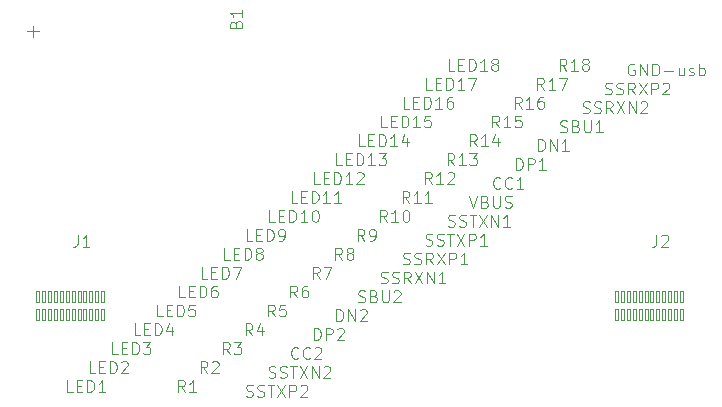
<source format=gbr>
%TF.GenerationSoftware,KiCad,Pcbnew,6.0.10-86aedd382b~118~ubuntu20.04.1*%
%TF.CreationDate,2023-02-21T15:58:45-08:00*%
%TF.ProjectId,CAD,4341442e-6b69-4636-9164-5f7063625858,rev?*%
%TF.SameCoordinates,Original*%
%TF.FileFunction,Legend,Top*%
%TF.FilePolarity,Positive*%
%FSLAX46Y46*%
G04 Gerber Fmt 4.6, Leading zero omitted, Abs format (unit mm)*
G04 Created by KiCad (PCBNEW 6.0.10-86aedd382b~118~ubuntu20.04.1) date 2023-02-21 15:58:45*
%MOMM*%
%LPD*%
G01*
G04 APERTURE LIST*
G04 Aperture macros list*
%AMRoundRect*
0 Rectangle with rounded corners*
0 $1 Rounding radius*
0 $2 $3 $4 $5 $6 $7 $8 $9 X,Y pos of 4 corners*
0 Add a 4 corners polygon primitive as box body*
4,1,4,$2,$3,$4,$5,$6,$7,$8,$9,$2,$3,0*
0 Add four circle primitives for the rounded corners*
1,1,$1+$1,$2,$3*
1,1,$1+$1,$4,$5*
1,1,$1+$1,$6,$7*
1,1,$1+$1,$8,$9*
0 Add four rect primitives between the rounded corners*
20,1,$1+$1,$2,$3,$4,$5,0*
20,1,$1+$1,$4,$5,$6,$7,0*
20,1,$1+$1,$6,$7,$8,$9,0*
20,1,$1+$1,$8,$9,$2,$3,0*%
G04 Aperture macros list end*
%ADD10C,0.150000*%
%ADD11C,0.100000*%
%ADD12C,0.120000*%
%ADD13C,0.059995*%
%ADD14C,2.402000*%
%ADD15C,0.852013*%
%ADD16C,1.202025*%
%ADD17C,1.102000*%
%ADD18RoundRect,0.051000X-0.150000X-0.475006X0.150000X-0.475006X0.150000X0.475006X-0.150000X0.475006X0*%
%ADD19RoundRect,0.051000X0.150000X0.475006X-0.150000X0.475006X-0.150000X-0.475006X0.150000X-0.475006X0*%
G04 APERTURE END LIST*
D10*
%TO.C,*%
D11*
X156455476Y-103219047D02*
X156598333Y-103266666D01*
X156836428Y-103266666D01*
X156931666Y-103219047D01*
X156979285Y-103171428D01*
X157026904Y-103076190D01*
X157026904Y-102980952D01*
X156979285Y-102885714D01*
X156931666Y-102838095D01*
X156836428Y-102790476D01*
X156645952Y-102742857D01*
X156550714Y-102695238D01*
X156503095Y-102647619D01*
X156455476Y-102552381D01*
X156455476Y-102457143D01*
X156503095Y-102361905D01*
X156550714Y-102314286D01*
X156645952Y-102266666D01*
X156884047Y-102266666D01*
X157026904Y-102314286D01*
X157788809Y-102742857D02*
X157931666Y-102790476D01*
X157979285Y-102838095D01*
X158026904Y-102933333D01*
X158026904Y-103076190D01*
X157979285Y-103171428D01*
X157931666Y-103219047D01*
X157836428Y-103266666D01*
X157455476Y-103266666D01*
X157455476Y-102266666D01*
X157788809Y-102266666D01*
X157884047Y-102314286D01*
X157931666Y-102361905D01*
X157979285Y-102457143D01*
X157979285Y-102552381D01*
X157931666Y-102647619D01*
X157884047Y-102695238D01*
X157788809Y-102742857D01*
X157455476Y-102742857D01*
X158455476Y-102266666D02*
X158455476Y-103076190D01*
X158503095Y-103171428D01*
X158550714Y-103219047D01*
X158645952Y-103266666D01*
X158836428Y-103266666D01*
X158931666Y-103219047D01*
X158979285Y-103171428D01*
X159026904Y-103076190D01*
X159026904Y-102266666D01*
X160026904Y-103266666D02*
X159455476Y-103266666D01*
X159741190Y-103266666D02*
X159741190Y-102266666D01*
X159645952Y-102409524D01*
X159550714Y-102504762D01*
X159455476Y-102552381D01*
%TO.C,LED3*%
X118979285Y-122066666D02*
X118503095Y-122066666D01*
X118503095Y-121066666D01*
X119312619Y-121542857D02*
X119645952Y-121542857D01*
X119788809Y-122066666D02*
X119312619Y-122066666D01*
X119312619Y-121066666D01*
X119788809Y-121066666D01*
X120217380Y-122066666D02*
X120217380Y-121066666D01*
X120455476Y-121066666D01*
X120598333Y-121114286D01*
X120693571Y-121209524D01*
X120741190Y-121304762D01*
X120788809Y-121495238D01*
X120788809Y-121638095D01*
X120741190Y-121828571D01*
X120693571Y-121923809D01*
X120598333Y-122019047D01*
X120455476Y-122066666D01*
X120217380Y-122066666D01*
X121122142Y-121066666D02*
X121741190Y-121066666D01*
X121407857Y-121447619D01*
X121550714Y-121447619D01*
X121645952Y-121495238D01*
X121693571Y-121542857D01*
X121741190Y-121638095D01*
X121741190Y-121876190D01*
X121693571Y-121971428D01*
X121645952Y-122019047D01*
X121550714Y-122066666D01*
X121265000Y-122066666D01*
X121169761Y-122019047D01*
X121122142Y-121971428D01*
%TO.C,R7*%
X136074523Y-115666666D02*
X135741190Y-115190476D01*
X135503095Y-115666666D02*
X135503095Y-114666666D01*
X135884047Y-114666666D01*
X135979285Y-114714286D01*
X136026904Y-114761905D01*
X136074523Y-114857143D01*
X136074523Y-115000000D01*
X136026904Y-115095238D01*
X135979285Y-115142857D01*
X135884047Y-115190476D01*
X135503095Y-115190476D01*
X136407857Y-114666666D02*
X137074523Y-114666666D01*
X136645952Y-115666666D01*
%TO.C,R11*%
X143674523Y-109266666D02*
X143341190Y-108790476D01*
X143103095Y-109266666D02*
X143103095Y-108266666D01*
X143484047Y-108266666D01*
X143579285Y-108314286D01*
X143626904Y-108361905D01*
X143674523Y-108457143D01*
X143674523Y-108600000D01*
X143626904Y-108695238D01*
X143579285Y-108742857D01*
X143484047Y-108790476D01*
X143103095Y-108790476D01*
X144626904Y-109266666D02*
X144055476Y-109266666D01*
X144341190Y-109266666D02*
X144341190Y-108266666D01*
X144245952Y-108409524D01*
X144150714Y-108504762D01*
X144055476Y-108552381D01*
X145579285Y-109266666D02*
X145007857Y-109266666D01*
X145293571Y-109266666D02*
X145293571Y-108266666D01*
X145198333Y-108409524D01*
X145103095Y-108504762D01*
X145007857Y-108552381D01*
%TO.C,R16*%
X153174523Y-101266666D02*
X152841190Y-100790476D01*
X152603095Y-101266666D02*
X152603095Y-100266666D01*
X152984047Y-100266666D01*
X153079285Y-100314286D01*
X153126904Y-100361905D01*
X153174523Y-100457143D01*
X153174523Y-100600000D01*
X153126904Y-100695238D01*
X153079285Y-100742857D01*
X152984047Y-100790476D01*
X152603095Y-100790476D01*
X154126904Y-101266666D02*
X153555476Y-101266666D01*
X153841190Y-101266666D02*
X153841190Y-100266666D01*
X153745952Y-100409524D01*
X153650714Y-100504762D01*
X153555476Y-100552381D01*
X154984047Y-100266666D02*
X154793571Y-100266666D01*
X154698333Y-100314286D01*
X154650714Y-100361905D01*
X154555476Y-100504762D01*
X154507857Y-100695238D01*
X154507857Y-101076190D01*
X154555476Y-101171428D01*
X154603095Y-101219047D01*
X154698333Y-101266666D01*
X154888809Y-101266666D01*
X154984047Y-101219047D01*
X155031666Y-101171428D01*
X155079285Y-101076190D01*
X155079285Y-100838095D01*
X155031666Y-100742857D01*
X154984047Y-100695238D01*
X154888809Y-100647619D01*
X154698333Y-100647619D01*
X154603095Y-100695238D01*
X154555476Y-100742857D01*
X154507857Y-100838095D01*
D10*
%TO.C,*%
D11*
X143155476Y-114419047D02*
X143298333Y-114466666D01*
X143536428Y-114466666D01*
X143631666Y-114419047D01*
X143679285Y-114371428D01*
X143726904Y-114276190D01*
X143726904Y-114180952D01*
X143679285Y-114085714D01*
X143631666Y-114038095D01*
X143536428Y-113990476D01*
X143345952Y-113942857D01*
X143250714Y-113895238D01*
X143203095Y-113847619D01*
X143155476Y-113752381D01*
X143155476Y-113657143D01*
X143203095Y-113561905D01*
X143250714Y-113514286D01*
X143345952Y-113466666D01*
X143584047Y-113466666D01*
X143726904Y-113514286D01*
X144107857Y-114419047D02*
X144250714Y-114466666D01*
X144488809Y-114466666D01*
X144584047Y-114419047D01*
X144631666Y-114371428D01*
X144679285Y-114276190D01*
X144679285Y-114180952D01*
X144631666Y-114085714D01*
X144584047Y-114038095D01*
X144488809Y-113990476D01*
X144298333Y-113942857D01*
X144203095Y-113895238D01*
X144155476Y-113847619D01*
X144107857Y-113752381D01*
X144107857Y-113657143D01*
X144155476Y-113561905D01*
X144203095Y-113514286D01*
X144298333Y-113466666D01*
X144536428Y-113466666D01*
X144679285Y-113514286D01*
X145679285Y-114466666D02*
X145345952Y-113990476D01*
X145107857Y-114466666D02*
X145107857Y-113466666D01*
X145488809Y-113466666D01*
X145584047Y-113514286D01*
X145631666Y-113561905D01*
X145679285Y-113657143D01*
X145679285Y-113800000D01*
X145631666Y-113895238D01*
X145584047Y-113942857D01*
X145488809Y-113990476D01*
X145107857Y-113990476D01*
X146012619Y-113466666D02*
X146679285Y-114466666D01*
X146679285Y-113466666D02*
X146012619Y-114466666D01*
X147060238Y-114466666D02*
X147060238Y-113466666D01*
X147441190Y-113466666D01*
X147536428Y-113514286D01*
X147584047Y-113561905D01*
X147631666Y-113657143D01*
X147631666Y-113800000D01*
X147584047Y-113895238D01*
X147536428Y-113942857D01*
X147441190Y-113990476D01*
X147060238Y-113990476D01*
X148584047Y-114466666D02*
X148012619Y-114466666D01*
X148298333Y-114466666D02*
X148298333Y-113466666D01*
X148203095Y-113609524D01*
X148107857Y-113704762D01*
X148012619Y-113752381D01*
D10*
D11*
%TO.C,LED1*%
X115179285Y-125266666D02*
X114703095Y-125266666D01*
X114703095Y-124266666D01*
X115512619Y-124742857D02*
X115845952Y-124742857D01*
X115988809Y-125266666D02*
X115512619Y-125266666D01*
X115512619Y-124266666D01*
X115988809Y-124266666D01*
X116417380Y-125266666D02*
X116417380Y-124266666D01*
X116655476Y-124266666D01*
X116798333Y-124314286D01*
X116893571Y-124409524D01*
X116941190Y-124504762D01*
X116988809Y-124695238D01*
X116988809Y-124838095D01*
X116941190Y-125028571D01*
X116893571Y-125123809D01*
X116798333Y-125219047D01*
X116655476Y-125266666D01*
X116417380Y-125266666D01*
X117941190Y-125266666D02*
X117369761Y-125266666D01*
X117655476Y-125266666D02*
X117655476Y-124266666D01*
X117560238Y-124409524D01*
X117465000Y-124504762D01*
X117369761Y-124552381D01*
%TO.C,R1*%
X124674523Y-125266666D02*
X124341190Y-124790476D01*
X124103095Y-125266666D02*
X124103095Y-124266666D01*
X124484047Y-124266666D01*
X124579285Y-124314286D01*
X124626904Y-124361905D01*
X124674523Y-124457143D01*
X124674523Y-124600000D01*
X124626904Y-124695238D01*
X124579285Y-124742857D01*
X124484047Y-124790476D01*
X124103095Y-124790476D01*
X125626904Y-125266666D02*
X125055476Y-125266666D01*
X125341190Y-125266666D02*
X125341190Y-124266666D01*
X125245952Y-124409524D01*
X125150714Y-124504762D01*
X125055476Y-124552381D01*
D10*
%TO.C,*%
D11*
X146955476Y-111219047D02*
X147098333Y-111266666D01*
X147336428Y-111266666D01*
X147431666Y-111219047D01*
X147479285Y-111171428D01*
X147526904Y-111076190D01*
X147526904Y-110980952D01*
X147479285Y-110885714D01*
X147431666Y-110838095D01*
X147336428Y-110790476D01*
X147145952Y-110742857D01*
X147050714Y-110695238D01*
X147003095Y-110647619D01*
X146955476Y-110552381D01*
X146955476Y-110457143D01*
X147003095Y-110361905D01*
X147050714Y-110314286D01*
X147145952Y-110266666D01*
X147384047Y-110266666D01*
X147526904Y-110314286D01*
X147907857Y-111219047D02*
X148050714Y-111266666D01*
X148288809Y-111266666D01*
X148384047Y-111219047D01*
X148431666Y-111171428D01*
X148479285Y-111076190D01*
X148479285Y-110980952D01*
X148431666Y-110885714D01*
X148384047Y-110838095D01*
X148288809Y-110790476D01*
X148098333Y-110742857D01*
X148003095Y-110695238D01*
X147955476Y-110647619D01*
X147907857Y-110552381D01*
X147907857Y-110457143D01*
X147955476Y-110361905D01*
X148003095Y-110314286D01*
X148098333Y-110266666D01*
X148336428Y-110266666D01*
X148479285Y-110314286D01*
X148765000Y-110266666D02*
X149336428Y-110266666D01*
X149050714Y-111266666D02*
X149050714Y-110266666D01*
X149574523Y-110266666D02*
X150241190Y-111266666D01*
X150241190Y-110266666D02*
X149574523Y-111266666D01*
X150622142Y-111266666D02*
X150622142Y-110266666D01*
X151193571Y-111266666D01*
X151193571Y-110266666D01*
X152193571Y-111266666D02*
X151622142Y-111266666D01*
X151907857Y-111266666D02*
X151907857Y-110266666D01*
X151812619Y-110409524D01*
X151717380Y-110504762D01*
X151622142Y-110552381D01*
D10*
D11*
%TO.C,R5*%
X132274523Y-118866666D02*
X131941190Y-118390476D01*
X131703095Y-118866666D02*
X131703095Y-117866666D01*
X132084047Y-117866666D01*
X132179285Y-117914286D01*
X132226904Y-117961905D01*
X132274523Y-118057143D01*
X132274523Y-118200000D01*
X132226904Y-118295238D01*
X132179285Y-118342857D01*
X132084047Y-118390476D01*
X131703095Y-118390476D01*
X133179285Y-117866666D02*
X132703095Y-117866666D01*
X132655476Y-118342857D01*
X132703095Y-118295238D01*
X132798333Y-118247619D01*
X133036428Y-118247619D01*
X133131666Y-118295238D01*
X133179285Y-118342857D01*
X133226904Y-118438095D01*
X133226904Y-118676190D01*
X133179285Y-118771428D01*
X133131666Y-118819047D01*
X133036428Y-118866666D01*
X132798333Y-118866666D01*
X132703095Y-118819047D01*
X132655476Y-118771428D01*
%TO.C,LED7*%
X126579285Y-115666666D02*
X126103095Y-115666666D01*
X126103095Y-114666666D01*
X126912619Y-115142857D02*
X127245952Y-115142857D01*
X127388809Y-115666666D02*
X126912619Y-115666666D01*
X126912619Y-114666666D01*
X127388809Y-114666666D01*
X127817380Y-115666666D02*
X127817380Y-114666666D01*
X128055476Y-114666666D01*
X128198333Y-114714286D01*
X128293571Y-114809524D01*
X128341190Y-114904762D01*
X128388809Y-115095238D01*
X128388809Y-115238095D01*
X128341190Y-115428571D01*
X128293571Y-115523809D01*
X128198333Y-115619047D01*
X128055476Y-115666666D01*
X127817380Y-115666666D01*
X128722142Y-114666666D02*
X129388809Y-114666666D01*
X128960238Y-115666666D01*
%TO.C,LED15*%
X141779285Y-102866666D02*
X141303095Y-102866666D01*
X141303095Y-101866666D01*
X142112619Y-102342857D02*
X142445952Y-102342857D01*
X142588809Y-102866666D02*
X142112619Y-102866666D01*
X142112619Y-101866666D01*
X142588809Y-101866666D01*
X143017380Y-102866666D02*
X143017380Y-101866666D01*
X143255476Y-101866666D01*
X143398333Y-101914286D01*
X143493571Y-102009524D01*
X143541190Y-102104762D01*
X143588809Y-102295238D01*
X143588809Y-102438095D01*
X143541190Y-102628571D01*
X143493571Y-102723809D01*
X143398333Y-102819047D01*
X143255476Y-102866666D01*
X143017380Y-102866666D01*
X144541190Y-102866666D02*
X143969761Y-102866666D01*
X144255476Y-102866666D02*
X144255476Y-101866666D01*
X144160238Y-102009524D01*
X144065000Y-102104762D01*
X143969761Y-102152381D01*
X145445952Y-101866666D02*
X144969761Y-101866666D01*
X144922142Y-102342857D01*
X144969761Y-102295238D01*
X145065000Y-102247619D01*
X145303095Y-102247619D01*
X145398333Y-102295238D01*
X145445952Y-102342857D01*
X145493571Y-102438095D01*
X145493571Y-102676190D01*
X145445952Y-102771428D01*
X145398333Y-102819047D01*
X145303095Y-102866666D01*
X145065000Y-102866666D01*
X144969761Y-102819047D01*
X144922142Y-102771428D01*
D10*
%TO.C,*%
D11*
%TO.C,R14*%
X149374523Y-104466666D02*
X149041190Y-103990476D01*
X148803095Y-104466666D02*
X148803095Y-103466666D01*
X149184047Y-103466666D01*
X149279285Y-103514286D01*
X149326904Y-103561905D01*
X149374523Y-103657143D01*
X149374523Y-103800000D01*
X149326904Y-103895238D01*
X149279285Y-103942857D01*
X149184047Y-103990476D01*
X148803095Y-103990476D01*
X150326904Y-104466666D02*
X149755476Y-104466666D01*
X150041190Y-104466666D02*
X150041190Y-103466666D01*
X149945952Y-103609524D01*
X149850714Y-103704762D01*
X149755476Y-103752381D01*
X151184047Y-103800000D02*
X151184047Y-104466666D01*
X150945952Y-103419047D02*
X150707857Y-104133333D01*
X151326904Y-104133333D01*
D10*
%TO.C,*%
D11*
X134274523Y-122371428D02*
X134226904Y-122419047D01*
X134084047Y-122466666D01*
X133988809Y-122466666D01*
X133845952Y-122419047D01*
X133750714Y-122323809D01*
X133703095Y-122228571D01*
X133655476Y-122038095D01*
X133655476Y-121895238D01*
X133703095Y-121704762D01*
X133750714Y-121609524D01*
X133845952Y-121514286D01*
X133988809Y-121466666D01*
X134084047Y-121466666D01*
X134226904Y-121514286D01*
X134274523Y-121561905D01*
X135274523Y-122371428D02*
X135226904Y-122419047D01*
X135084047Y-122466666D01*
X134988809Y-122466666D01*
X134845952Y-122419047D01*
X134750714Y-122323809D01*
X134703095Y-122228571D01*
X134655476Y-122038095D01*
X134655476Y-121895238D01*
X134703095Y-121704762D01*
X134750714Y-121609524D01*
X134845952Y-121514286D01*
X134988809Y-121466666D01*
X135084047Y-121466666D01*
X135226904Y-121514286D01*
X135274523Y-121561905D01*
X135655476Y-121561905D02*
X135703095Y-121514286D01*
X135798333Y-121466666D01*
X136036428Y-121466666D01*
X136131666Y-121514286D01*
X136179285Y-121561905D01*
X136226904Y-121657143D01*
X136226904Y-121752381D01*
X136179285Y-121895238D01*
X135607857Y-122466666D01*
X136226904Y-122466666D01*
%TO.C,LED5*%
X122779285Y-118866666D02*
X122303095Y-118866666D01*
X122303095Y-117866666D01*
X123112619Y-118342857D02*
X123445952Y-118342857D01*
X123588809Y-118866666D02*
X123112619Y-118866666D01*
X123112619Y-117866666D01*
X123588809Y-117866666D01*
X124017380Y-118866666D02*
X124017380Y-117866666D01*
X124255476Y-117866666D01*
X124398333Y-117914286D01*
X124493571Y-118009524D01*
X124541190Y-118104762D01*
X124588809Y-118295238D01*
X124588809Y-118438095D01*
X124541190Y-118628571D01*
X124493571Y-118723809D01*
X124398333Y-118819047D01*
X124255476Y-118866666D01*
X124017380Y-118866666D01*
X125493571Y-117866666D02*
X125017380Y-117866666D01*
X124969761Y-118342857D01*
X125017380Y-118295238D01*
X125112619Y-118247619D01*
X125350714Y-118247619D01*
X125445952Y-118295238D01*
X125493571Y-118342857D01*
X125541190Y-118438095D01*
X125541190Y-118676190D01*
X125493571Y-118771428D01*
X125445952Y-118819047D01*
X125350714Y-118866666D01*
X125112619Y-118866666D01*
X125017380Y-118819047D01*
X124969761Y-118771428D01*
%TO.C,LED4*%
X120879285Y-120466666D02*
X120403095Y-120466666D01*
X120403095Y-119466666D01*
X121212619Y-119942857D02*
X121545952Y-119942857D01*
X121688809Y-120466666D02*
X121212619Y-120466666D01*
X121212619Y-119466666D01*
X121688809Y-119466666D01*
X122117380Y-120466666D02*
X122117380Y-119466666D01*
X122355476Y-119466666D01*
X122498333Y-119514286D01*
X122593571Y-119609524D01*
X122641190Y-119704762D01*
X122688809Y-119895238D01*
X122688809Y-120038095D01*
X122641190Y-120228571D01*
X122593571Y-120323809D01*
X122498333Y-120419047D01*
X122355476Y-120466666D01*
X122117380Y-120466666D01*
X123545952Y-119800000D02*
X123545952Y-120466666D01*
X123307857Y-119419047D02*
X123069761Y-120133333D01*
X123688809Y-120133333D01*
D10*
%TO.C,*%
D11*
%TO.C,LED13*%
X137979285Y-106066666D02*
X137503095Y-106066666D01*
X137503095Y-105066666D01*
X138312619Y-105542857D02*
X138645952Y-105542857D01*
X138788809Y-106066666D02*
X138312619Y-106066666D01*
X138312619Y-105066666D01*
X138788809Y-105066666D01*
X139217380Y-106066666D02*
X139217380Y-105066666D01*
X139455476Y-105066666D01*
X139598333Y-105114286D01*
X139693571Y-105209524D01*
X139741190Y-105304762D01*
X139788809Y-105495238D01*
X139788809Y-105638095D01*
X139741190Y-105828571D01*
X139693571Y-105923809D01*
X139598333Y-106019047D01*
X139455476Y-106066666D01*
X139217380Y-106066666D01*
X140741190Y-106066666D02*
X140169761Y-106066666D01*
X140455476Y-106066666D02*
X140455476Y-105066666D01*
X140360238Y-105209524D01*
X140265000Y-105304762D01*
X140169761Y-105352381D01*
X141074523Y-105066666D02*
X141693571Y-105066666D01*
X141360238Y-105447619D01*
X141503095Y-105447619D01*
X141598333Y-105495238D01*
X141645952Y-105542857D01*
X141693571Y-105638095D01*
X141693571Y-105876190D01*
X141645952Y-105971428D01*
X141598333Y-106019047D01*
X141503095Y-106066666D01*
X141217380Y-106066666D01*
X141122142Y-106019047D01*
X141074523Y-105971428D01*
D10*
%TO.C,*%
D11*
X152703095Y-106466666D02*
X152703095Y-105466666D01*
X152941190Y-105466666D01*
X153084047Y-105514286D01*
X153179285Y-105609524D01*
X153226904Y-105704762D01*
X153274523Y-105895238D01*
X153274523Y-106038095D01*
X153226904Y-106228571D01*
X153179285Y-106323809D01*
X153084047Y-106419047D01*
X152941190Y-106466666D01*
X152703095Y-106466666D01*
X153703095Y-106466666D02*
X153703095Y-105466666D01*
X154084047Y-105466666D01*
X154179285Y-105514286D01*
X154226904Y-105561905D01*
X154274523Y-105657143D01*
X154274523Y-105800000D01*
X154226904Y-105895238D01*
X154179285Y-105942857D01*
X154084047Y-105990476D01*
X153703095Y-105990476D01*
X155226904Y-106466666D02*
X154655476Y-106466666D01*
X154941190Y-106466666D02*
X154941190Y-105466666D01*
X154845952Y-105609524D01*
X154750714Y-105704762D01*
X154655476Y-105752381D01*
D10*
D11*
X160255476Y-100019047D02*
X160398333Y-100066666D01*
X160636428Y-100066666D01*
X160731666Y-100019047D01*
X160779285Y-99971428D01*
X160826904Y-99876190D01*
X160826904Y-99780952D01*
X160779285Y-99685714D01*
X160731666Y-99638095D01*
X160636428Y-99590476D01*
X160445952Y-99542857D01*
X160350714Y-99495238D01*
X160303095Y-99447619D01*
X160255476Y-99352381D01*
X160255476Y-99257143D01*
X160303095Y-99161905D01*
X160350714Y-99114286D01*
X160445952Y-99066666D01*
X160684047Y-99066666D01*
X160826904Y-99114286D01*
X161207857Y-100019047D02*
X161350714Y-100066666D01*
X161588809Y-100066666D01*
X161684047Y-100019047D01*
X161731666Y-99971428D01*
X161779285Y-99876190D01*
X161779285Y-99780952D01*
X161731666Y-99685714D01*
X161684047Y-99638095D01*
X161588809Y-99590476D01*
X161398333Y-99542857D01*
X161303095Y-99495238D01*
X161255476Y-99447619D01*
X161207857Y-99352381D01*
X161207857Y-99257143D01*
X161255476Y-99161905D01*
X161303095Y-99114286D01*
X161398333Y-99066666D01*
X161636428Y-99066666D01*
X161779285Y-99114286D01*
X162779285Y-100066666D02*
X162445952Y-99590476D01*
X162207857Y-100066666D02*
X162207857Y-99066666D01*
X162588809Y-99066666D01*
X162684047Y-99114286D01*
X162731666Y-99161905D01*
X162779285Y-99257143D01*
X162779285Y-99400000D01*
X162731666Y-99495238D01*
X162684047Y-99542857D01*
X162588809Y-99590476D01*
X162207857Y-99590476D01*
X163112619Y-99066666D02*
X163779285Y-100066666D01*
X163779285Y-99066666D02*
X163112619Y-100066666D01*
X164160238Y-100066666D02*
X164160238Y-99066666D01*
X164541190Y-99066666D01*
X164636428Y-99114286D01*
X164684047Y-99161905D01*
X164731666Y-99257143D01*
X164731666Y-99400000D01*
X164684047Y-99495238D01*
X164636428Y-99542857D01*
X164541190Y-99590476D01*
X164160238Y-99590476D01*
X165112619Y-99161905D02*
X165160238Y-99114286D01*
X165255476Y-99066666D01*
X165493571Y-99066666D01*
X165588809Y-99114286D01*
X165636428Y-99161905D01*
X165684047Y-99257143D01*
X165684047Y-99352381D01*
X165636428Y-99495238D01*
X165065000Y-100066666D01*
X165684047Y-100066666D01*
%TO.C,LED2*%
X117079285Y-123666666D02*
X116603095Y-123666666D01*
X116603095Y-122666666D01*
X117412619Y-123142857D02*
X117745952Y-123142857D01*
X117888809Y-123666666D02*
X117412619Y-123666666D01*
X117412619Y-122666666D01*
X117888809Y-122666666D01*
X118317380Y-123666666D02*
X118317380Y-122666666D01*
X118555476Y-122666666D01*
X118698333Y-122714286D01*
X118793571Y-122809524D01*
X118841190Y-122904762D01*
X118888809Y-123095238D01*
X118888809Y-123238095D01*
X118841190Y-123428571D01*
X118793571Y-123523809D01*
X118698333Y-123619047D01*
X118555476Y-123666666D01*
X118317380Y-123666666D01*
X119269761Y-122761905D02*
X119317380Y-122714286D01*
X119412619Y-122666666D01*
X119650714Y-122666666D01*
X119745952Y-122714286D01*
X119793571Y-122761905D01*
X119841190Y-122857143D01*
X119841190Y-122952381D01*
X119793571Y-123095238D01*
X119222142Y-123666666D01*
X119841190Y-123666666D01*
%TO.C,LED9*%
X130379285Y-112466666D02*
X129903095Y-112466666D01*
X129903095Y-111466666D01*
X130712619Y-111942857D02*
X131045952Y-111942857D01*
X131188809Y-112466666D02*
X130712619Y-112466666D01*
X130712619Y-111466666D01*
X131188809Y-111466666D01*
X131617380Y-112466666D02*
X131617380Y-111466666D01*
X131855476Y-111466666D01*
X131998333Y-111514286D01*
X132093571Y-111609524D01*
X132141190Y-111704762D01*
X132188809Y-111895238D01*
X132188809Y-112038095D01*
X132141190Y-112228571D01*
X132093571Y-112323809D01*
X131998333Y-112419047D01*
X131855476Y-112466666D01*
X131617380Y-112466666D01*
X132665000Y-112466666D02*
X132855476Y-112466666D01*
X132950714Y-112419047D01*
X132998333Y-112371428D01*
X133093571Y-112228571D01*
X133141190Y-112038095D01*
X133141190Y-111657143D01*
X133093571Y-111561905D01*
X133045952Y-111514286D01*
X132950714Y-111466666D01*
X132760238Y-111466666D01*
X132665000Y-111514286D01*
X132617380Y-111561905D01*
X132569761Y-111657143D01*
X132569761Y-111895238D01*
X132617380Y-111990476D01*
X132665000Y-112038095D01*
X132760238Y-112085714D01*
X132950714Y-112085714D01*
X133045952Y-112038095D01*
X133093571Y-111990476D01*
X133141190Y-111895238D01*
%TO.C,R2*%
X126574523Y-123666666D02*
X126241190Y-123190476D01*
X126003095Y-123666666D02*
X126003095Y-122666666D01*
X126384047Y-122666666D01*
X126479285Y-122714286D01*
X126526904Y-122761905D01*
X126574523Y-122857143D01*
X126574523Y-123000000D01*
X126526904Y-123095238D01*
X126479285Y-123142857D01*
X126384047Y-123190476D01*
X126003095Y-123190476D01*
X126955476Y-122761905D02*
X127003095Y-122714286D01*
X127098333Y-122666666D01*
X127336428Y-122666666D01*
X127431666Y-122714286D01*
X127479285Y-122761905D01*
X127526904Y-122857143D01*
X127526904Y-122952381D01*
X127479285Y-123095238D01*
X126907857Y-123666666D01*
X127526904Y-123666666D01*
D10*
%TO.C,*%
D11*
%TO.C,LED16*%
X143679285Y-101266666D02*
X143203095Y-101266666D01*
X143203095Y-100266666D01*
X144012619Y-100742857D02*
X144345952Y-100742857D01*
X144488809Y-101266666D02*
X144012619Y-101266666D01*
X144012619Y-100266666D01*
X144488809Y-100266666D01*
X144917380Y-101266666D02*
X144917380Y-100266666D01*
X145155476Y-100266666D01*
X145298333Y-100314286D01*
X145393571Y-100409524D01*
X145441190Y-100504762D01*
X145488809Y-100695238D01*
X145488809Y-100838095D01*
X145441190Y-101028571D01*
X145393571Y-101123809D01*
X145298333Y-101219047D01*
X145155476Y-101266666D01*
X144917380Y-101266666D01*
X146441190Y-101266666D02*
X145869761Y-101266666D01*
X146155476Y-101266666D02*
X146155476Y-100266666D01*
X146060238Y-100409524D01*
X145965000Y-100504762D01*
X145869761Y-100552381D01*
X147298333Y-100266666D02*
X147107857Y-100266666D01*
X147012619Y-100314286D01*
X146965000Y-100361905D01*
X146869761Y-100504762D01*
X146822142Y-100695238D01*
X146822142Y-101076190D01*
X146869761Y-101171428D01*
X146917380Y-101219047D01*
X147012619Y-101266666D01*
X147203095Y-101266666D01*
X147298333Y-101219047D01*
X147345952Y-101171428D01*
X147393571Y-101076190D01*
X147393571Y-100838095D01*
X147345952Y-100742857D01*
X147298333Y-100695238D01*
X147203095Y-100647619D01*
X147012619Y-100647619D01*
X146917380Y-100695238D01*
X146869761Y-100742857D01*
X146822142Y-100838095D01*
%TO.C,B1*%
X128960571Y-94105571D02*
X129008190Y-93962714D01*
X129055809Y-93915095D01*
X129151047Y-93867476D01*
X129293904Y-93867476D01*
X129389142Y-93915095D01*
X129436761Y-93962714D01*
X129484380Y-94057952D01*
X129484380Y-94438904D01*
X128484380Y-94438904D01*
X128484380Y-94105571D01*
X128532000Y-94010333D01*
X128579619Y-93962714D01*
X128674857Y-93915095D01*
X128770095Y-93915095D01*
X128865333Y-93962714D01*
X128912952Y-94010333D01*
X128960571Y-94105571D01*
X128960571Y-94438904D01*
X129484380Y-92915095D02*
X129484380Y-93486523D01*
X129484380Y-93200809D02*
X128484380Y-93200809D01*
X128627238Y-93296047D01*
X128722476Y-93391285D01*
X128770095Y-93486523D01*
D10*
%TO.C,*%
D11*
X141255476Y-116019047D02*
X141398333Y-116066666D01*
X141636428Y-116066666D01*
X141731666Y-116019047D01*
X141779285Y-115971428D01*
X141826904Y-115876190D01*
X141826904Y-115780952D01*
X141779285Y-115685714D01*
X141731666Y-115638095D01*
X141636428Y-115590476D01*
X141445952Y-115542857D01*
X141350714Y-115495238D01*
X141303095Y-115447619D01*
X141255476Y-115352381D01*
X141255476Y-115257143D01*
X141303095Y-115161905D01*
X141350714Y-115114286D01*
X141445952Y-115066666D01*
X141684047Y-115066666D01*
X141826904Y-115114286D01*
X142207857Y-116019047D02*
X142350714Y-116066666D01*
X142588809Y-116066666D01*
X142684047Y-116019047D01*
X142731666Y-115971428D01*
X142779285Y-115876190D01*
X142779285Y-115780952D01*
X142731666Y-115685714D01*
X142684047Y-115638095D01*
X142588809Y-115590476D01*
X142398333Y-115542857D01*
X142303095Y-115495238D01*
X142255476Y-115447619D01*
X142207857Y-115352381D01*
X142207857Y-115257143D01*
X142255476Y-115161905D01*
X142303095Y-115114286D01*
X142398333Y-115066666D01*
X142636428Y-115066666D01*
X142779285Y-115114286D01*
X143779285Y-116066666D02*
X143445952Y-115590476D01*
X143207857Y-116066666D02*
X143207857Y-115066666D01*
X143588809Y-115066666D01*
X143684047Y-115114286D01*
X143731666Y-115161905D01*
X143779285Y-115257143D01*
X143779285Y-115400000D01*
X143731666Y-115495238D01*
X143684047Y-115542857D01*
X143588809Y-115590476D01*
X143207857Y-115590476D01*
X144112619Y-115066666D02*
X144779285Y-116066666D01*
X144779285Y-115066666D02*
X144112619Y-116066666D01*
X145160238Y-116066666D02*
X145160238Y-115066666D01*
X145731666Y-116066666D01*
X145731666Y-115066666D01*
X146731666Y-116066666D02*
X146160238Y-116066666D01*
X146445952Y-116066666D02*
X146445952Y-115066666D01*
X146350714Y-115209524D01*
X146255476Y-115304762D01*
X146160238Y-115352381D01*
D10*
D11*
%TO.C,R9*%
X139874523Y-112466666D02*
X139541190Y-111990476D01*
X139303095Y-112466666D02*
X139303095Y-111466666D01*
X139684047Y-111466666D01*
X139779285Y-111514286D01*
X139826904Y-111561905D01*
X139874523Y-111657143D01*
X139874523Y-111800000D01*
X139826904Y-111895238D01*
X139779285Y-111942857D01*
X139684047Y-111990476D01*
X139303095Y-111990476D01*
X140350714Y-112466666D02*
X140541190Y-112466666D01*
X140636428Y-112419047D01*
X140684047Y-112371428D01*
X140779285Y-112228571D01*
X140826904Y-112038095D01*
X140826904Y-111657143D01*
X140779285Y-111561905D01*
X140731666Y-111514286D01*
X140636428Y-111466666D01*
X140445952Y-111466666D01*
X140350714Y-111514286D01*
X140303095Y-111561905D01*
X140255476Y-111657143D01*
X140255476Y-111895238D01*
X140303095Y-111990476D01*
X140350714Y-112038095D01*
X140445952Y-112085714D01*
X140636428Y-112085714D01*
X140731666Y-112038095D01*
X140779285Y-111990476D01*
X140826904Y-111895238D01*
D10*
%TO.C,*%
D11*
X139355476Y-117619047D02*
X139498333Y-117666666D01*
X139736428Y-117666666D01*
X139831666Y-117619047D01*
X139879285Y-117571428D01*
X139926904Y-117476190D01*
X139926904Y-117380952D01*
X139879285Y-117285714D01*
X139831666Y-117238095D01*
X139736428Y-117190476D01*
X139545952Y-117142857D01*
X139450714Y-117095238D01*
X139403095Y-117047619D01*
X139355476Y-116952381D01*
X139355476Y-116857143D01*
X139403095Y-116761905D01*
X139450714Y-116714286D01*
X139545952Y-116666666D01*
X139784047Y-116666666D01*
X139926904Y-116714286D01*
X140688809Y-117142857D02*
X140831666Y-117190476D01*
X140879285Y-117238095D01*
X140926904Y-117333333D01*
X140926904Y-117476190D01*
X140879285Y-117571428D01*
X140831666Y-117619047D01*
X140736428Y-117666666D01*
X140355476Y-117666666D01*
X140355476Y-116666666D01*
X140688809Y-116666666D01*
X140784047Y-116714286D01*
X140831666Y-116761905D01*
X140879285Y-116857143D01*
X140879285Y-116952381D01*
X140831666Y-117047619D01*
X140784047Y-117095238D01*
X140688809Y-117142857D01*
X140355476Y-117142857D01*
X141355476Y-116666666D02*
X141355476Y-117476190D01*
X141403095Y-117571428D01*
X141450714Y-117619047D01*
X141545952Y-117666666D01*
X141736428Y-117666666D01*
X141831666Y-117619047D01*
X141879285Y-117571428D01*
X141926904Y-117476190D01*
X141926904Y-116666666D01*
X142355476Y-116761905D02*
X142403095Y-116714286D01*
X142498333Y-116666666D01*
X142736428Y-116666666D01*
X142831666Y-116714286D01*
X142879285Y-116761905D01*
X142926904Y-116857143D01*
X142926904Y-116952381D01*
X142879285Y-117095238D01*
X142307857Y-117666666D01*
X142926904Y-117666666D01*
D10*
D11*
%TO.C,R3*%
X128474523Y-122066666D02*
X128141190Y-121590476D01*
X127903095Y-122066666D02*
X127903095Y-121066666D01*
X128284047Y-121066666D01*
X128379285Y-121114286D01*
X128426904Y-121161905D01*
X128474523Y-121257143D01*
X128474523Y-121400000D01*
X128426904Y-121495238D01*
X128379285Y-121542857D01*
X128284047Y-121590476D01*
X127903095Y-121590476D01*
X128807857Y-121066666D02*
X129426904Y-121066666D01*
X129093571Y-121447619D01*
X129236428Y-121447619D01*
X129331666Y-121495238D01*
X129379285Y-121542857D01*
X129426904Y-121638095D01*
X129426904Y-121876190D01*
X129379285Y-121971428D01*
X129331666Y-122019047D01*
X129236428Y-122066666D01*
X128950714Y-122066666D01*
X128855476Y-122019047D01*
X128807857Y-121971428D01*
%TO.C,LED8*%
X128479285Y-114066666D02*
X128003095Y-114066666D01*
X128003095Y-113066666D01*
X128812619Y-113542857D02*
X129145952Y-113542857D01*
X129288809Y-114066666D02*
X128812619Y-114066666D01*
X128812619Y-113066666D01*
X129288809Y-113066666D01*
X129717380Y-114066666D02*
X129717380Y-113066666D01*
X129955476Y-113066666D01*
X130098333Y-113114286D01*
X130193571Y-113209524D01*
X130241190Y-113304762D01*
X130288809Y-113495238D01*
X130288809Y-113638095D01*
X130241190Y-113828571D01*
X130193571Y-113923809D01*
X130098333Y-114019047D01*
X129955476Y-114066666D01*
X129717380Y-114066666D01*
X130860238Y-113495238D02*
X130765000Y-113447619D01*
X130717380Y-113400000D01*
X130669761Y-113304762D01*
X130669761Y-113257143D01*
X130717380Y-113161905D01*
X130765000Y-113114286D01*
X130860238Y-113066666D01*
X131050714Y-113066666D01*
X131145952Y-113114286D01*
X131193571Y-113161905D01*
X131241190Y-113257143D01*
X131241190Y-113304762D01*
X131193571Y-113400000D01*
X131145952Y-113447619D01*
X131050714Y-113495238D01*
X130860238Y-113495238D01*
X130765000Y-113542857D01*
X130717380Y-113590476D01*
X130669761Y-113685714D01*
X130669761Y-113876190D01*
X130717380Y-113971428D01*
X130765000Y-114019047D01*
X130860238Y-114066666D01*
X131050714Y-114066666D01*
X131145952Y-114019047D01*
X131193571Y-113971428D01*
X131241190Y-113876190D01*
X131241190Y-113685714D01*
X131193571Y-113590476D01*
X131145952Y-113542857D01*
X131050714Y-113495238D01*
D10*
%TO.C,*%
D11*
%TO.C,LED6*%
X124679285Y-117266666D02*
X124203095Y-117266666D01*
X124203095Y-116266666D01*
X125012619Y-116742857D02*
X125345952Y-116742857D01*
X125488809Y-117266666D02*
X125012619Y-117266666D01*
X125012619Y-116266666D01*
X125488809Y-116266666D01*
X125917380Y-117266666D02*
X125917380Y-116266666D01*
X126155476Y-116266666D01*
X126298333Y-116314286D01*
X126393571Y-116409524D01*
X126441190Y-116504762D01*
X126488809Y-116695238D01*
X126488809Y-116838095D01*
X126441190Y-117028571D01*
X126393571Y-117123809D01*
X126298333Y-117219047D01*
X126155476Y-117266666D01*
X125917380Y-117266666D01*
X127345952Y-116266666D02*
X127155476Y-116266666D01*
X127060238Y-116314286D01*
X127012619Y-116361905D01*
X126917380Y-116504762D01*
X126869761Y-116695238D01*
X126869761Y-117076190D01*
X126917380Y-117171428D01*
X126965000Y-117219047D01*
X127060238Y-117266666D01*
X127250714Y-117266666D01*
X127345952Y-117219047D01*
X127393571Y-117171428D01*
X127441190Y-117076190D01*
X127441190Y-116838095D01*
X127393571Y-116742857D01*
X127345952Y-116695238D01*
X127250714Y-116647619D01*
X127060238Y-116647619D01*
X126965000Y-116695238D01*
X126917380Y-116742857D01*
X126869761Y-116838095D01*
D10*
%TO.C,*%
D11*
X145055476Y-112819047D02*
X145198333Y-112866666D01*
X145436428Y-112866666D01*
X145531666Y-112819047D01*
X145579285Y-112771428D01*
X145626904Y-112676190D01*
X145626904Y-112580952D01*
X145579285Y-112485714D01*
X145531666Y-112438095D01*
X145436428Y-112390476D01*
X145245952Y-112342857D01*
X145150714Y-112295238D01*
X145103095Y-112247619D01*
X145055476Y-112152381D01*
X145055476Y-112057143D01*
X145103095Y-111961905D01*
X145150714Y-111914286D01*
X145245952Y-111866666D01*
X145484047Y-111866666D01*
X145626904Y-111914286D01*
X146007857Y-112819047D02*
X146150714Y-112866666D01*
X146388809Y-112866666D01*
X146484047Y-112819047D01*
X146531666Y-112771428D01*
X146579285Y-112676190D01*
X146579285Y-112580952D01*
X146531666Y-112485714D01*
X146484047Y-112438095D01*
X146388809Y-112390476D01*
X146198333Y-112342857D01*
X146103095Y-112295238D01*
X146055476Y-112247619D01*
X146007857Y-112152381D01*
X146007857Y-112057143D01*
X146055476Y-111961905D01*
X146103095Y-111914286D01*
X146198333Y-111866666D01*
X146436428Y-111866666D01*
X146579285Y-111914286D01*
X146865000Y-111866666D02*
X147436428Y-111866666D01*
X147150714Y-112866666D02*
X147150714Y-111866666D01*
X147674523Y-111866666D02*
X148341190Y-112866666D01*
X148341190Y-111866666D02*
X147674523Y-112866666D01*
X148722142Y-112866666D02*
X148722142Y-111866666D01*
X149103095Y-111866666D01*
X149198333Y-111914286D01*
X149245952Y-111961905D01*
X149293571Y-112057143D01*
X149293571Y-112200000D01*
X149245952Y-112295238D01*
X149198333Y-112342857D01*
X149103095Y-112390476D01*
X148722142Y-112390476D01*
X150245952Y-112866666D02*
X149674523Y-112866666D01*
X149960238Y-112866666D02*
X149960238Y-111866666D01*
X149865000Y-112009524D01*
X149769761Y-112104762D01*
X149674523Y-112152381D01*
%TO.C,R12*%
X145574523Y-107666666D02*
X145241190Y-107190476D01*
X145003095Y-107666666D02*
X145003095Y-106666666D01*
X145384047Y-106666666D01*
X145479285Y-106714286D01*
X145526904Y-106761905D01*
X145574523Y-106857143D01*
X145574523Y-107000000D01*
X145526904Y-107095238D01*
X145479285Y-107142857D01*
X145384047Y-107190476D01*
X145003095Y-107190476D01*
X146526904Y-107666666D02*
X145955476Y-107666666D01*
X146241190Y-107666666D02*
X146241190Y-106666666D01*
X146145952Y-106809524D01*
X146050714Y-106904762D01*
X145955476Y-106952381D01*
X146907857Y-106761905D02*
X146955476Y-106714286D01*
X147050714Y-106666666D01*
X147288809Y-106666666D01*
X147384047Y-106714286D01*
X147431666Y-106761905D01*
X147479285Y-106857143D01*
X147479285Y-106952381D01*
X147431666Y-107095238D01*
X146860238Y-107666666D01*
X147479285Y-107666666D01*
%TO.C,LED18*%
X147479285Y-98066666D02*
X147003095Y-98066666D01*
X147003095Y-97066666D01*
X147812619Y-97542857D02*
X148145952Y-97542857D01*
X148288809Y-98066666D02*
X147812619Y-98066666D01*
X147812619Y-97066666D01*
X148288809Y-97066666D01*
X148717380Y-98066666D02*
X148717380Y-97066666D01*
X148955476Y-97066666D01*
X149098333Y-97114286D01*
X149193571Y-97209524D01*
X149241190Y-97304762D01*
X149288809Y-97495238D01*
X149288809Y-97638095D01*
X149241190Y-97828571D01*
X149193571Y-97923809D01*
X149098333Y-98019047D01*
X148955476Y-98066666D01*
X148717380Y-98066666D01*
X150241190Y-98066666D02*
X149669761Y-98066666D01*
X149955476Y-98066666D02*
X149955476Y-97066666D01*
X149860238Y-97209524D01*
X149765000Y-97304762D01*
X149669761Y-97352381D01*
X150812619Y-97495238D02*
X150717380Y-97447619D01*
X150669761Y-97400000D01*
X150622142Y-97304762D01*
X150622142Y-97257143D01*
X150669761Y-97161905D01*
X150717380Y-97114286D01*
X150812619Y-97066666D01*
X151003095Y-97066666D01*
X151098333Y-97114286D01*
X151145952Y-97161905D01*
X151193571Y-97257143D01*
X151193571Y-97304762D01*
X151145952Y-97400000D01*
X151098333Y-97447619D01*
X151003095Y-97495238D01*
X150812619Y-97495238D01*
X150717380Y-97542857D01*
X150669761Y-97590476D01*
X150622142Y-97685714D01*
X150622142Y-97876190D01*
X150669761Y-97971428D01*
X150717380Y-98019047D01*
X150812619Y-98066666D01*
X151003095Y-98066666D01*
X151098333Y-98019047D01*
X151145952Y-97971428D01*
X151193571Y-97876190D01*
X151193571Y-97685714D01*
X151145952Y-97590476D01*
X151098333Y-97542857D01*
X151003095Y-97495238D01*
D10*
%TO.C,*%
D11*
X151374523Y-107971428D02*
X151326904Y-108019047D01*
X151184047Y-108066666D01*
X151088809Y-108066666D01*
X150945952Y-108019047D01*
X150850714Y-107923809D01*
X150803095Y-107828571D01*
X150755476Y-107638095D01*
X150755476Y-107495238D01*
X150803095Y-107304762D01*
X150850714Y-107209524D01*
X150945952Y-107114286D01*
X151088809Y-107066666D01*
X151184047Y-107066666D01*
X151326904Y-107114286D01*
X151374523Y-107161905D01*
X152374523Y-107971428D02*
X152326904Y-108019047D01*
X152184047Y-108066666D01*
X152088809Y-108066666D01*
X151945952Y-108019047D01*
X151850714Y-107923809D01*
X151803095Y-107828571D01*
X151755476Y-107638095D01*
X151755476Y-107495238D01*
X151803095Y-107304762D01*
X151850714Y-107209524D01*
X151945952Y-107114286D01*
X152088809Y-107066666D01*
X152184047Y-107066666D01*
X152326904Y-107114286D01*
X152374523Y-107161905D01*
X153326904Y-108066666D02*
X152755476Y-108066666D01*
X153041190Y-108066666D02*
X153041190Y-107066666D01*
X152945952Y-107209524D01*
X152850714Y-107304762D01*
X152755476Y-107352381D01*
%TO.C,LED17*%
X145579285Y-99666666D02*
X145103095Y-99666666D01*
X145103095Y-98666666D01*
X145912619Y-99142857D02*
X146245952Y-99142857D01*
X146388809Y-99666666D02*
X145912619Y-99666666D01*
X145912619Y-98666666D01*
X146388809Y-98666666D01*
X146817380Y-99666666D02*
X146817380Y-98666666D01*
X147055476Y-98666666D01*
X147198333Y-98714286D01*
X147293571Y-98809524D01*
X147341190Y-98904762D01*
X147388809Y-99095238D01*
X147388809Y-99238095D01*
X147341190Y-99428571D01*
X147293571Y-99523809D01*
X147198333Y-99619047D01*
X147055476Y-99666666D01*
X146817380Y-99666666D01*
X148341190Y-99666666D02*
X147769761Y-99666666D01*
X148055476Y-99666666D02*
X148055476Y-98666666D01*
X147960238Y-98809524D01*
X147865000Y-98904762D01*
X147769761Y-98952381D01*
X148674523Y-98666666D02*
X149341190Y-98666666D01*
X148912619Y-99666666D01*
%TO.C,LED10*%
X132279285Y-110866666D02*
X131803095Y-110866666D01*
X131803095Y-109866666D01*
X132612619Y-110342857D02*
X132945952Y-110342857D01*
X133088809Y-110866666D02*
X132612619Y-110866666D01*
X132612619Y-109866666D01*
X133088809Y-109866666D01*
X133517380Y-110866666D02*
X133517380Y-109866666D01*
X133755476Y-109866666D01*
X133898333Y-109914286D01*
X133993571Y-110009524D01*
X134041190Y-110104762D01*
X134088809Y-110295238D01*
X134088809Y-110438095D01*
X134041190Y-110628571D01*
X133993571Y-110723809D01*
X133898333Y-110819047D01*
X133755476Y-110866666D01*
X133517380Y-110866666D01*
X135041190Y-110866666D02*
X134469761Y-110866666D01*
X134755476Y-110866666D02*
X134755476Y-109866666D01*
X134660238Y-110009524D01*
X134565000Y-110104762D01*
X134469761Y-110152381D01*
X135660238Y-109866666D02*
X135755476Y-109866666D01*
X135850714Y-109914286D01*
X135898333Y-109961905D01*
X135945952Y-110057143D01*
X135993571Y-110247619D01*
X135993571Y-110485714D01*
X135945952Y-110676190D01*
X135898333Y-110771428D01*
X135850714Y-110819047D01*
X135755476Y-110866666D01*
X135660238Y-110866666D01*
X135565000Y-110819047D01*
X135517380Y-110771428D01*
X135469761Y-110676190D01*
X135422142Y-110485714D01*
X135422142Y-110247619D01*
X135469761Y-110057143D01*
X135517380Y-109961905D01*
X135565000Y-109914286D01*
X135660238Y-109866666D01*
D10*
%TO.C,*%
D11*
X148760238Y-108666666D02*
X149093571Y-109666666D01*
X149426904Y-108666666D01*
X150093571Y-109142857D02*
X150236428Y-109190476D01*
X150284047Y-109238095D01*
X150331666Y-109333333D01*
X150331666Y-109476190D01*
X150284047Y-109571428D01*
X150236428Y-109619047D01*
X150141190Y-109666666D01*
X149760238Y-109666666D01*
X149760238Y-108666666D01*
X150093571Y-108666666D01*
X150188809Y-108714286D01*
X150236428Y-108761905D01*
X150284047Y-108857143D01*
X150284047Y-108952381D01*
X150236428Y-109047619D01*
X150188809Y-109095238D01*
X150093571Y-109142857D01*
X149760238Y-109142857D01*
X150760238Y-108666666D02*
X150760238Y-109476190D01*
X150807857Y-109571428D01*
X150855476Y-109619047D01*
X150950714Y-109666666D01*
X151141190Y-109666666D01*
X151236428Y-109619047D01*
X151284047Y-109571428D01*
X151331666Y-109476190D01*
X151331666Y-108666666D01*
X151760238Y-109619047D02*
X151903095Y-109666666D01*
X152141190Y-109666666D01*
X152236428Y-109619047D01*
X152284047Y-109571428D01*
X152331666Y-109476190D01*
X152331666Y-109380952D01*
X152284047Y-109285714D01*
X152236428Y-109238095D01*
X152141190Y-109190476D01*
X151950714Y-109142857D01*
X151855476Y-109095238D01*
X151807857Y-109047619D01*
X151760238Y-108952381D01*
X151760238Y-108857143D01*
X151807857Y-108761905D01*
X151855476Y-108714286D01*
X151950714Y-108666666D01*
X152188809Y-108666666D01*
X152331666Y-108714286D01*
%TO.C,R10*%
X141774523Y-110866666D02*
X141441190Y-110390476D01*
X141203095Y-110866666D02*
X141203095Y-109866666D01*
X141584047Y-109866666D01*
X141679285Y-109914286D01*
X141726904Y-109961905D01*
X141774523Y-110057143D01*
X141774523Y-110200000D01*
X141726904Y-110295238D01*
X141679285Y-110342857D01*
X141584047Y-110390476D01*
X141203095Y-110390476D01*
X142726904Y-110866666D02*
X142155476Y-110866666D01*
X142441190Y-110866666D02*
X142441190Y-109866666D01*
X142345952Y-110009524D01*
X142250714Y-110104762D01*
X142155476Y-110152381D01*
X143345952Y-109866666D02*
X143441190Y-109866666D01*
X143536428Y-109914286D01*
X143584047Y-109961905D01*
X143631666Y-110057143D01*
X143679285Y-110247619D01*
X143679285Y-110485714D01*
X143631666Y-110676190D01*
X143584047Y-110771428D01*
X143536428Y-110819047D01*
X143441190Y-110866666D01*
X143345952Y-110866666D01*
X143250714Y-110819047D01*
X143203095Y-110771428D01*
X143155476Y-110676190D01*
X143107857Y-110485714D01*
X143107857Y-110247619D01*
X143155476Y-110057143D01*
X143203095Y-109961905D01*
X143250714Y-109914286D01*
X143345952Y-109866666D01*
D10*
%TO.C,*%
D11*
%TO.C,LED14*%
X139879285Y-104466666D02*
X139403095Y-104466666D01*
X139403095Y-103466666D01*
X140212619Y-103942857D02*
X140545952Y-103942857D01*
X140688809Y-104466666D02*
X140212619Y-104466666D01*
X140212619Y-103466666D01*
X140688809Y-103466666D01*
X141117380Y-104466666D02*
X141117380Y-103466666D01*
X141355476Y-103466666D01*
X141498333Y-103514286D01*
X141593571Y-103609524D01*
X141641190Y-103704762D01*
X141688809Y-103895238D01*
X141688809Y-104038095D01*
X141641190Y-104228571D01*
X141593571Y-104323809D01*
X141498333Y-104419047D01*
X141355476Y-104466666D01*
X141117380Y-104466666D01*
X142641190Y-104466666D02*
X142069761Y-104466666D01*
X142355476Y-104466666D02*
X142355476Y-103466666D01*
X142260238Y-103609524D01*
X142165000Y-103704762D01*
X142069761Y-103752381D01*
X143498333Y-103800000D02*
X143498333Y-104466666D01*
X143260238Y-103419047D02*
X143022142Y-104133333D01*
X143641190Y-104133333D01*
%TO.C,R17*%
X155074523Y-99666666D02*
X154741190Y-99190476D01*
X154503095Y-99666666D02*
X154503095Y-98666666D01*
X154884047Y-98666666D01*
X154979285Y-98714286D01*
X155026904Y-98761905D01*
X155074523Y-98857143D01*
X155074523Y-99000000D01*
X155026904Y-99095238D01*
X154979285Y-99142857D01*
X154884047Y-99190476D01*
X154503095Y-99190476D01*
X156026904Y-99666666D02*
X155455476Y-99666666D01*
X155741190Y-99666666D02*
X155741190Y-98666666D01*
X155645952Y-98809524D01*
X155550714Y-98904762D01*
X155455476Y-98952381D01*
X156360238Y-98666666D02*
X157026904Y-98666666D01*
X156598333Y-99666666D01*
%TO.C,R18*%
X156974523Y-98066666D02*
X156641190Y-97590476D01*
X156403095Y-98066666D02*
X156403095Y-97066666D01*
X156784047Y-97066666D01*
X156879285Y-97114286D01*
X156926904Y-97161905D01*
X156974523Y-97257143D01*
X156974523Y-97400000D01*
X156926904Y-97495238D01*
X156879285Y-97542857D01*
X156784047Y-97590476D01*
X156403095Y-97590476D01*
X157926904Y-98066666D02*
X157355476Y-98066666D01*
X157641190Y-98066666D02*
X157641190Y-97066666D01*
X157545952Y-97209524D01*
X157450714Y-97304762D01*
X157355476Y-97352381D01*
X158498333Y-97495238D02*
X158403095Y-97447619D01*
X158355476Y-97400000D01*
X158307857Y-97304762D01*
X158307857Y-97257143D01*
X158355476Y-97161905D01*
X158403095Y-97114286D01*
X158498333Y-97066666D01*
X158688809Y-97066666D01*
X158784047Y-97114286D01*
X158831666Y-97161905D01*
X158879285Y-97257143D01*
X158879285Y-97304762D01*
X158831666Y-97400000D01*
X158784047Y-97447619D01*
X158688809Y-97495238D01*
X158498333Y-97495238D01*
X158403095Y-97542857D01*
X158355476Y-97590476D01*
X158307857Y-97685714D01*
X158307857Y-97876190D01*
X158355476Y-97971428D01*
X158403095Y-98019047D01*
X158498333Y-98066666D01*
X158688809Y-98066666D01*
X158784047Y-98019047D01*
X158831666Y-97971428D01*
X158879285Y-97876190D01*
X158879285Y-97685714D01*
X158831666Y-97590476D01*
X158784047Y-97542857D01*
X158688809Y-97495238D01*
D10*
%TO.C,*%
D11*
%TO.C,J2*%
X164588809Y-111952253D02*
X164588809Y-112666539D01*
X164541190Y-112809396D01*
X164445952Y-112904634D01*
X164303095Y-112952253D01*
X164207857Y-112952253D01*
X165017380Y-112047492D02*
X165065000Y-111999873D01*
X165160238Y-111952253D01*
X165398333Y-111952253D01*
X165493571Y-111999873D01*
X165541190Y-112047492D01*
X165588809Y-112142730D01*
X165588809Y-112237968D01*
X165541190Y-112380825D01*
X164969761Y-112952253D01*
X165588809Y-112952253D01*
D10*
%TO.C,*%
D11*
X137503095Y-119266666D02*
X137503095Y-118266666D01*
X137741190Y-118266666D01*
X137884047Y-118314286D01*
X137979285Y-118409524D01*
X138026904Y-118504762D01*
X138074523Y-118695238D01*
X138074523Y-118838095D01*
X138026904Y-119028571D01*
X137979285Y-119123809D01*
X137884047Y-119219047D01*
X137741190Y-119266666D01*
X137503095Y-119266666D01*
X138503095Y-119266666D02*
X138503095Y-118266666D01*
X139074523Y-119266666D01*
X139074523Y-118266666D01*
X139503095Y-118361905D02*
X139550714Y-118314286D01*
X139645952Y-118266666D01*
X139884047Y-118266666D01*
X139979285Y-118314286D01*
X140026904Y-118361905D01*
X140074523Y-118457143D01*
X140074523Y-118552381D01*
X140026904Y-118695238D01*
X139455476Y-119266666D01*
X140074523Y-119266666D01*
%TO.C,R13*%
X147474523Y-106066666D02*
X147141190Y-105590476D01*
X146903095Y-106066666D02*
X146903095Y-105066666D01*
X147284047Y-105066666D01*
X147379285Y-105114286D01*
X147426904Y-105161905D01*
X147474523Y-105257143D01*
X147474523Y-105400000D01*
X147426904Y-105495238D01*
X147379285Y-105542857D01*
X147284047Y-105590476D01*
X146903095Y-105590476D01*
X148426904Y-106066666D02*
X147855476Y-106066666D01*
X148141190Y-106066666D02*
X148141190Y-105066666D01*
X148045952Y-105209524D01*
X147950714Y-105304762D01*
X147855476Y-105352381D01*
X148760238Y-105066666D02*
X149379285Y-105066666D01*
X149045952Y-105447619D01*
X149188809Y-105447619D01*
X149284047Y-105495238D01*
X149331666Y-105542857D01*
X149379285Y-105638095D01*
X149379285Y-105876190D01*
X149331666Y-105971428D01*
X149284047Y-106019047D01*
X149188809Y-106066666D01*
X148903095Y-106066666D01*
X148807857Y-106019047D01*
X148760238Y-105971428D01*
%TO.C,R8*%
X137974523Y-114066666D02*
X137641190Y-113590476D01*
X137403095Y-114066666D02*
X137403095Y-113066666D01*
X137784047Y-113066666D01*
X137879285Y-113114286D01*
X137926904Y-113161905D01*
X137974523Y-113257143D01*
X137974523Y-113400000D01*
X137926904Y-113495238D01*
X137879285Y-113542857D01*
X137784047Y-113590476D01*
X137403095Y-113590476D01*
X138545952Y-113495238D02*
X138450714Y-113447619D01*
X138403095Y-113400000D01*
X138355476Y-113304762D01*
X138355476Y-113257143D01*
X138403095Y-113161905D01*
X138450714Y-113114286D01*
X138545952Y-113066666D01*
X138736428Y-113066666D01*
X138831666Y-113114286D01*
X138879285Y-113161905D01*
X138926904Y-113257143D01*
X138926904Y-113304762D01*
X138879285Y-113400000D01*
X138831666Y-113447619D01*
X138736428Y-113495238D01*
X138545952Y-113495238D01*
X138450714Y-113542857D01*
X138403095Y-113590476D01*
X138355476Y-113685714D01*
X138355476Y-113876190D01*
X138403095Y-113971428D01*
X138450714Y-114019047D01*
X138545952Y-114066666D01*
X138736428Y-114066666D01*
X138831666Y-114019047D01*
X138879285Y-113971428D01*
X138926904Y-113876190D01*
X138926904Y-113685714D01*
X138879285Y-113590476D01*
X138831666Y-113542857D01*
X138736428Y-113495238D01*
D10*
%TO.C,*%
D11*
X158355476Y-101619047D02*
X158498333Y-101666666D01*
X158736428Y-101666666D01*
X158831666Y-101619047D01*
X158879285Y-101571428D01*
X158926904Y-101476190D01*
X158926904Y-101380952D01*
X158879285Y-101285714D01*
X158831666Y-101238095D01*
X158736428Y-101190476D01*
X158545952Y-101142857D01*
X158450714Y-101095238D01*
X158403095Y-101047619D01*
X158355476Y-100952381D01*
X158355476Y-100857143D01*
X158403095Y-100761905D01*
X158450714Y-100714286D01*
X158545952Y-100666666D01*
X158784047Y-100666666D01*
X158926904Y-100714286D01*
X159307857Y-101619047D02*
X159450714Y-101666666D01*
X159688809Y-101666666D01*
X159784047Y-101619047D01*
X159831666Y-101571428D01*
X159879285Y-101476190D01*
X159879285Y-101380952D01*
X159831666Y-101285714D01*
X159784047Y-101238095D01*
X159688809Y-101190476D01*
X159498333Y-101142857D01*
X159403095Y-101095238D01*
X159355476Y-101047619D01*
X159307857Y-100952381D01*
X159307857Y-100857143D01*
X159355476Y-100761905D01*
X159403095Y-100714286D01*
X159498333Y-100666666D01*
X159736428Y-100666666D01*
X159879285Y-100714286D01*
X160879285Y-101666666D02*
X160545952Y-101190476D01*
X160307857Y-101666666D02*
X160307857Y-100666666D01*
X160688809Y-100666666D01*
X160784047Y-100714286D01*
X160831666Y-100761905D01*
X160879285Y-100857143D01*
X160879285Y-101000000D01*
X160831666Y-101095238D01*
X160784047Y-101142857D01*
X160688809Y-101190476D01*
X160307857Y-101190476D01*
X161212619Y-100666666D02*
X161879285Y-101666666D01*
X161879285Y-100666666D02*
X161212619Y-101666666D01*
X162260238Y-101666666D02*
X162260238Y-100666666D01*
X162831666Y-101666666D01*
X162831666Y-100666666D01*
X163260238Y-100761905D02*
X163307857Y-100714286D01*
X163403095Y-100666666D01*
X163641190Y-100666666D01*
X163736428Y-100714286D01*
X163784047Y-100761905D01*
X163831666Y-100857143D01*
X163831666Y-100952381D01*
X163784047Y-101095238D01*
X163212619Y-101666666D01*
X163831666Y-101666666D01*
D10*
D11*
%TO.C,J1*%
X115588809Y-111952253D02*
X115588809Y-112666539D01*
X115541190Y-112809396D01*
X115445952Y-112904634D01*
X115303095Y-112952253D01*
X115207857Y-112952253D01*
X116588809Y-112952253D02*
X116017380Y-112952253D01*
X116303095Y-112952253D02*
X116303095Y-111952253D01*
X116207857Y-112095111D01*
X116112619Y-112190349D01*
X116017380Y-112237968D01*
D10*
%TO.C,*%
D11*
%TO.C,LED12*%
X136079285Y-107666666D02*
X135603095Y-107666666D01*
X135603095Y-106666666D01*
X136412619Y-107142857D02*
X136745952Y-107142857D01*
X136888809Y-107666666D02*
X136412619Y-107666666D01*
X136412619Y-106666666D01*
X136888809Y-106666666D01*
X137317380Y-107666666D02*
X137317380Y-106666666D01*
X137555476Y-106666666D01*
X137698333Y-106714286D01*
X137793571Y-106809524D01*
X137841190Y-106904762D01*
X137888809Y-107095238D01*
X137888809Y-107238095D01*
X137841190Y-107428571D01*
X137793571Y-107523809D01*
X137698333Y-107619047D01*
X137555476Y-107666666D01*
X137317380Y-107666666D01*
X138841190Y-107666666D02*
X138269761Y-107666666D01*
X138555476Y-107666666D02*
X138555476Y-106666666D01*
X138460238Y-106809524D01*
X138365000Y-106904762D01*
X138269761Y-106952381D01*
X139222142Y-106761905D02*
X139269761Y-106714286D01*
X139365000Y-106666666D01*
X139603095Y-106666666D01*
X139698333Y-106714286D01*
X139745952Y-106761905D01*
X139793571Y-106857143D01*
X139793571Y-106952381D01*
X139745952Y-107095238D01*
X139174523Y-107666666D01*
X139793571Y-107666666D01*
D10*
%TO.C,*%
D11*
X154603095Y-104866666D02*
X154603095Y-103866666D01*
X154841190Y-103866666D01*
X154984047Y-103914286D01*
X155079285Y-104009524D01*
X155126904Y-104104762D01*
X155174523Y-104295238D01*
X155174523Y-104438095D01*
X155126904Y-104628571D01*
X155079285Y-104723809D01*
X154984047Y-104819047D01*
X154841190Y-104866666D01*
X154603095Y-104866666D01*
X155603095Y-104866666D02*
X155603095Y-103866666D01*
X156174523Y-104866666D01*
X156174523Y-103866666D01*
X157174523Y-104866666D02*
X156603095Y-104866666D01*
X156888809Y-104866666D02*
X156888809Y-103866666D01*
X156793571Y-104009524D01*
X156698333Y-104104762D01*
X156603095Y-104152381D01*
D10*
D11*
X162726904Y-97514286D02*
X162631666Y-97466666D01*
X162488809Y-97466666D01*
X162345952Y-97514286D01*
X162250714Y-97609524D01*
X162203095Y-97704762D01*
X162155476Y-97895238D01*
X162155476Y-98038095D01*
X162203095Y-98228571D01*
X162250714Y-98323809D01*
X162345952Y-98419047D01*
X162488809Y-98466666D01*
X162584047Y-98466666D01*
X162726904Y-98419047D01*
X162774523Y-98371428D01*
X162774523Y-98038095D01*
X162584047Y-98038095D01*
X163203095Y-98466666D02*
X163203095Y-97466666D01*
X163774523Y-98466666D01*
X163774523Y-97466666D01*
X164250714Y-98466666D02*
X164250714Y-97466666D01*
X164488809Y-97466666D01*
X164631666Y-97514286D01*
X164726904Y-97609524D01*
X164774523Y-97704762D01*
X164822142Y-97895238D01*
X164822142Y-98038095D01*
X164774523Y-98228571D01*
X164726904Y-98323809D01*
X164631666Y-98419047D01*
X164488809Y-98466666D01*
X164250714Y-98466666D01*
X165250714Y-98085714D02*
X166012619Y-98085714D01*
X166917380Y-97800000D02*
X166917380Y-98466666D01*
X166488809Y-97800000D02*
X166488809Y-98323809D01*
X166536428Y-98419047D01*
X166631666Y-98466666D01*
X166774523Y-98466666D01*
X166869761Y-98419047D01*
X166917380Y-98371428D01*
X167345952Y-98419047D02*
X167441190Y-98466666D01*
X167631666Y-98466666D01*
X167726904Y-98419047D01*
X167774523Y-98323809D01*
X167774523Y-98276190D01*
X167726904Y-98180952D01*
X167631666Y-98133333D01*
X167488809Y-98133333D01*
X167393571Y-98085714D01*
X167345952Y-97990476D01*
X167345952Y-97942857D01*
X167393571Y-97847619D01*
X167488809Y-97800000D01*
X167631666Y-97800000D01*
X167726904Y-97847619D01*
X168203095Y-98466666D02*
X168203095Y-97466666D01*
X168203095Y-97847619D02*
X168298333Y-97800000D01*
X168488809Y-97800000D01*
X168584047Y-97847619D01*
X168631666Y-97895238D01*
X168679285Y-97990476D01*
X168679285Y-98276190D01*
X168631666Y-98371428D01*
X168584047Y-98419047D01*
X168488809Y-98466666D01*
X168298333Y-98466666D01*
X168203095Y-98419047D01*
D10*
D11*
%TO.C,R15*%
X151274523Y-102866666D02*
X150941190Y-102390476D01*
X150703095Y-102866666D02*
X150703095Y-101866666D01*
X151084047Y-101866666D01*
X151179285Y-101914286D01*
X151226904Y-101961905D01*
X151274523Y-102057143D01*
X151274523Y-102200000D01*
X151226904Y-102295238D01*
X151179285Y-102342857D01*
X151084047Y-102390476D01*
X150703095Y-102390476D01*
X152226904Y-102866666D02*
X151655476Y-102866666D01*
X151941190Y-102866666D02*
X151941190Y-101866666D01*
X151845952Y-102009524D01*
X151750714Y-102104762D01*
X151655476Y-102152381D01*
X153131666Y-101866666D02*
X152655476Y-101866666D01*
X152607857Y-102342857D01*
X152655476Y-102295238D01*
X152750714Y-102247619D01*
X152988809Y-102247619D01*
X153084047Y-102295238D01*
X153131666Y-102342857D01*
X153179285Y-102438095D01*
X153179285Y-102676190D01*
X153131666Y-102771428D01*
X153084047Y-102819047D01*
X152988809Y-102866666D01*
X152750714Y-102866666D01*
X152655476Y-102819047D01*
X152607857Y-102771428D01*
D10*
%TO.C,*%
D11*
X135603095Y-120866666D02*
X135603095Y-119866666D01*
X135841190Y-119866666D01*
X135984047Y-119914286D01*
X136079285Y-120009524D01*
X136126904Y-120104762D01*
X136174523Y-120295238D01*
X136174523Y-120438095D01*
X136126904Y-120628571D01*
X136079285Y-120723809D01*
X135984047Y-120819047D01*
X135841190Y-120866666D01*
X135603095Y-120866666D01*
X136603095Y-120866666D02*
X136603095Y-119866666D01*
X136984047Y-119866666D01*
X137079285Y-119914286D01*
X137126904Y-119961905D01*
X137174523Y-120057143D01*
X137174523Y-120200000D01*
X137126904Y-120295238D01*
X137079285Y-120342857D01*
X136984047Y-120390476D01*
X136603095Y-120390476D01*
X137555476Y-119961905D02*
X137603095Y-119914286D01*
X137698333Y-119866666D01*
X137936428Y-119866666D01*
X138031666Y-119914286D01*
X138079285Y-119961905D01*
X138126904Y-120057143D01*
X138126904Y-120152381D01*
X138079285Y-120295238D01*
X137507857Y-120866666D01*
X138126904Y-120866666D01*
%TO.C,R4*%
X130374523Y-120466666D02*
X130041190Y-119990476D01*
X129803095Y-120466666D02*
X129803095Y-119466666D01*
X130184047Y-119466666D01*
X130279285Y-119514286D01*
X130326904Y-119561905D01*
X130374523Y-119657143D01*
X130374523Y-119800000D01*
X130326904Y-119895238D01*
X130279285Y-119942857D01*
X130184047Y-119990476D01*
X129803095Y-119990476D01*
X131231666Y-119800000D02*
X131231666Y-120466666D01*
X130993571Y-119419047D02*
X130755476Y-120133333D01*
X131374523Y-120133333D01*
%TO.C,R6*%
X134174523Y-117266666D02*
X133841190Y-116790476D01*
X133603095Y-117266666D02*
X133603095Y-116266666D01*
X133984047Y-116266666D01*
X134079285Y-116314286D01*
X134126904Y-116361905D01*
X134174523Y-116457143D01*
X134174523Y-116600000D01*
X134126904Y-116695238D01*
X134079285Y-116742857D01*
X133984047Y-116790476D01*
X133603095Y-116790476D01*
X135031666Y-116266666D02*
X134841190Y-116266666D01*
X134745952Y-116314286D01*
X134698333Y-116361905D01*
X134603095Y-116504762D01*
X134555476Y-116695238D01*
X134555476Y-117076190D01*
X134603095Y-117171428D01*
X134650714Y-117219047D01*
X134745952Y-117266666D01*
X134936428Y-117266666D01*
X135031666Y-117219047D01*
X135079285Y-117171428D01*
X135126904Y-117076190D01*
X135126904Y-116838095D01*
X135079285Y-116742857D01*
X135031666Y-116695238D01*
X134936428Y-116647619D01*
X134745952Y-116647619D01*
X134650714Y-116695238D01*
X134603095Y-116742857D01*
X134555476Y-116838095D01*
D10*
%TO.C,*%
D11*
X131755476Y-124019047D02*
X131898333Y-124066666D01*
X132136428Y-124066666D01*
X132231666Y-124019047D01*
X132279285Y-123971428D01*
X132326904Y-123876190D01*
X132326904Y-123780952D01*
X132279285Y-123685714D01*
X132231666Y-123638095D01*
X132136428Y-123590476D01*
X131945952Y-123542857D01*
X131850714Y-123495238D01*
X131803095Y-123447619D01*
X131755476Y-123352381D01*
X131755476Y-123257143D01*
X131803095Y-123161905D01*
X131850714Y-123114286D01*
X131945952Y-123066666D01*
X132184047Y-123066666D01*
X132326904Y-123114286D01*
X132707857Y-124019047D02*
X132850714Y-124066666D01*
X133088809Y-124066666D01*
X133184047Y-124019047D01*
X133231666Y-123971428D01*
X133279285Y-123876190D01*
X133279285Y-123780952D01*
X133231666Y-123685714D01*
X133184047Y-123638095D01*
X133088809Y-123590476D01*
X132898333Y-123542857D01*
X132803095Y-123495238D01*
X132755476Y-123447619D01*
X132707857Y-123352381D01*
X132707857Y-123257143D01*
X132755476Y-123161905D01*
X132803095Y-123114286D01*
X132898333Y-123066666D01*
X133136428Y-123066666D01*
X133279285Y-123114286D01*
X133565000Y-123066666D02*
X134136428Y-123066666D01*
X133850714Y-124066666D02*
X133850714Y-123066666D01*
X134374523Y-123066666D02*
X135041190Y-124066666D01*
X135041190Y-123066666D02*
X134374523Y-124066666D01*
X135422142Y-124066666D02*
X135422142Y-123066666D01*
X135993571Y-124066666D01*
X135993571Y-123066666D01*
X136422142Y-123161905D02*
X136469761Y-123114286D01*
X136565000Y-123066666D01*
X136803095Y-123066666D01*
X136898333Y-123114286D01*
X136945952Y-123161905D01*
X136993571Y-123257143D01*
X136993571Y-123352381D01*
X136945952Y-123495238D01*
X136374523Y-124066666D01*
X136993571Y-124066666D01*
D10*
D11*
X129855476Y-125619047D02*
X129998333Y-125666666D01*
X130236428Y-125666666D01*
X130331666Y-125619047D01*
X130379285Y-125571428D01*
X130426904Y-125476190D01*
X130426904Y-125380952D01*
X130379285Y-125285714D01*
X130331666Y-125238095D01*
X130236428Y-125190476D01*
X130045952Y-125142857D01*
X129950714Y-125095238D01*
X129903095Y-125047619D01*
X129855476Y-124952381D01*
X129855476Y-124857143D01*
X129903095Y-124761905D01*
X129950714Y-124714286D01*
X130045952Y-124666666D01*
X130284047Y-124666666D01*
X130426904Y-124714286D01*
X130807857Y-125619047D02*
X130950714Y-125666666D01*
X131188809Y-125666666D01*
X131284047Y-125619047D01*
X131331666Y-125571428D01*
X131379285Y-125476190D01*
X131379285Y-125380952D01*
X131331666Y-125285714D01*
X131284047Y-125238095D01*
X131188809Y-125190476D01*
X130998333Y-125142857D01*
X130903095Y-125095238D01*
X130855476Y-125047619D01*
X130807857Y-124952381D01*
X130807857Y-124857143D01*
X130855476Y-124761905D01*
X130903095Y-124714286D01*
X130998333Y-124666666D01*
X131236428Y-124666666D01*
X131379285Y-124714286D01*
X131665000Y-124666666D02*
X132236428Y-124666666D01*
X131950714Y-125666666D02*
X131950714Y-124666666D01*
X132474523Y-124666666D02*
X133141190Y-125666666D01*
X133141190Y-124666666D02*
X132474523Y-125666666D01*
X133522142Y-125666666D02*
X133522142Y-124666666D01*
X133903095Y-124666666D01*
X133998333Y-124714286D01*
X134045952Y-124761905D01*
X134093571Y-124857143D01*
X134093571Y-125000000D01*
X134045952Y-125095238D01*
X133998333Y-125142857D01*
X133903095Y-125190476D01*
X133522142Y-125190476D01*
X134474523Y-124761905D02*
X134522142Y-124714286D01*
X134617380Y-124666666D01*
X134855476Y-124666666D01*
X134950714Y-124714286D01*
X134998333Y-124761905D01*
X135045952Y-124857143D01*
X135045952Y-124952381D01*
X134998333Y-125095238D01*
X134426904Y-125666666D01*
X135045952Y-125666666D01*
D10*
D11*
%TO.C,LED11*%
X134179285Y-109266666D02*
X133703095Y-109266666D01*
X133703095Y-108266666D01*
X134512619Y-108742857D02*
X134845952Y-108742857D01*
X134988809Y-109266666D02*
X134512619Y-109266666D01*
X134512619Y-108266666D01*
X134988809Y-108266666D01*
X135417380Y-109266666D02*
X135417380Y-108266666D01*
X135655476Y-108266666D01*
X135798333Y-108314286D01*
X135893571Y-108409524D01*
X135941190Y-108504762D01*
X135988809Y-108695238D01*
X135988809Y-108838095D01*
X135941190Y-109028571D01*
X135893571Y-109123809D01*
X135798333Y-109219047D01*
X135655476Y-109266666D01*
X135417380Y-109266666D01*
X136941190Y-109266666D02*
X136369761Y-109266666D01*
X136655476Y-109266666D02*
X136655476Y-108266666D01*
X136560238Y-108409524D01*
X136465000Y-108504762D01*
X136369761Y-108552381D01*
X137893571Y-109266666D02*
X137322142Y-109266666D01*
X137607857Y-109266666D02*
X137607857Y-108266666D01*
X137512619Y-108409524D01*
X137417380Y-108504762D01*
X137322142Y-108552381D01*
D10*
%TO.C,*%
D12*
%TO.C,B1*%
X111282000Y-94742000D02*
X112282000Y-94742000D01*
X111782000Y-95242000D02*
X111782000Y-94242000D01*
D13*
%TO.C,J2*%
X159561011Y-115699873D02*
G75*
G03*
X159561011Y-115699873I-29998J0D01*
G01*
%TO.C,J1*%
X110561011Y-115699873D02*
G75*
G03*
X110561011Y-115699873I-29998J0D01*
G01*
%TD*%
%LPC*%
%TO.C,LED3*%
G36*
X123787132Y-122139286D02*
G01*
X123175000Y-122139286D01*
X123175000Y-121089286D01*
X123787132Y-121089286D01*
X123787132Y-122139286D01*
G37*
G36*
X125225000Y-122139286D02*
G01*
X124612868Y-122139286D01*
X124612868Y-121089286D01*
X125225000Y-121089286D01*
X125225000Y-122139286D01*
G37*
%TO.C,R7*%
G36*
X134700000Y-115564286D02*
G01*
X134219722Y-115564286D01*
X134219722Y-114864286D01*
X134700000Y-114864286D01*
X134700000Y-115564286D01*
G37*
G36*
X133780278Y-115564286D02*
G01*
X133300000Y-115564286D01*
X133300000Y-114864286D01*
X133780278Y-114864286D01*
X133780278Y-115564286D01*
G37*
%TO.C,R11*%
G36*
X142300000Y-109164286D02*
G01*
X141819722Y-109164286D01*
X141819722Y-108464286D01*
X142300000Y-108464286D01*
X142300000Y-109164286D01*
G37*
G36*
X141380278Y-109164286D02*
G01*
X140900000Y-109164286D01*
X140900000Y-108464286D01*
X141380278Y-108464286D01*
X141380278Y-109164286D01*
G37*
%TO.C,R16*%
G36*
X150880278Y-101164286D02*
G01*
X150400000Y-101164286D01*
X150400000Y-100464286D01*
X150880278Y-100464286D01*
X150880278Y-101164286D01*
G37*
G36*
X151800000Y-101164286D02*
G01*
X151319722Y-101164286D01*
X151319722Y-100464286D01*
X151800000Y-100464286D01*
X151800000Y-101164286D01*
G37*
%TO.C,*%
G36*
X155404845Y-101384461D02*
G01*
X155601818Y-101444212D01*
X155783349Y-101541243D01*
X155942462Y-101671824D01*
X156073043Y-101830937D01*
X156170074Y-102012468D01*
X156229825Y-102209441D01*
X156250000Y-102414286D01*
X156229825Y-102619131D01*
X156170074Y-102816104D01*
X156073043Y-102997635D01*
X155942462Y-103156748D01*
X155783349Y-103287329D01*
X155601818Y-103384360D01*
X155404845Y-103444111D01*
X155200000Y-103464286D01*
X154995155Y-103444111D01*
X154798182Y-103384360D01*
X154616651Y-103287329D01*
X154457538Y-103156748D01*
X154326957Y-102997635D01*
X154229926Y-102816104D01*
X154170175Y-102619131D01*
X154150000Y-102414286D01*
X154170175Y-102209441D01*
X154229926Y-102012468D01*
X154326957Y-101830937D01*
X154457538Y-101671824D01*
X154616651Y-101541243D01*
X154798182Y-101444212D01*
X154995155Y-101384461D01*
X155200000Y-101364286D01*
X155404845Y-101384461D01*
G37*
%TO.C,LED1*%
G36*
X121425000Y-125339286D02*
G01*
X120812868Y-125339286D01*
X120812868Y-124289286D01*
X121425000Y-124289286D01*
X121425000Y-125339286D01*
G37*
G36*
X119987132Y-125339286D02*
G01*
X119375000Y-125339286D01*
X119375000Y-124289286D01*
X119987132Y-124289286D01*
X119987132Y-125339286D01*
G37*
%TO.C,R1*%
G36*
X123300000Y-125164286D02*
G01*
X122819722Y-125164286D01*
X122819722Y-124464286D01*
X123300000Y-124464286D01*
X123300000Y-125164286D01*
G37*
G36*
X122380278Y-125164286D02*
G01*
X121900000Y-125164286D01*
X121900000Y-124464286D01*
X122380278Y-124464286D01*
X122380278Y-125164286D01*
G37*
%TO.C,*%
G36*
X130704845Y-122184461D02*
G01*
X130901818Y-122244212D01*
X131083349Y-122341243D01*
X131242462Y-122471824D01*
X131373043Y-122630937D01*
X131470074Y-122812468D01*
X131529825Y-123009441D01*
X131550000Y-123214286D01*
X131529825Y-123419131D01*
X131470074Y-123616104D01*
X131373043Y-123797635D01*
X131242462Y-123956748D01*
X131083349Y-124087329D01*
X130901818Y-124184360D01*
X130704845Y-124244111D01*
X130500000Y-124264286D01*
X130295155Y-124244111D01*
X130098182Y-124184360D01*
X129916651Y-124087329D01*
X129757538Y-123956748D01*
X129626957Y-123797635D01*
X129529926Y-123616104D01*
X129470175Y-123419131D01*
X129450000Y-123214286D01*
X129470175Y-123009441D01*
X129529926Y-122812468D01*
X129626957Y-122630937D01*
X129757538Y-122471824D01*
X129916651Y-122341243D01*
X130098182Y-122244212D01*
X130295155Y-122184461D01*
X130500000Y-122164286D01*
X130704845Y-122184461D01*
G37*
G36*
X153504845Y-102984461D02*
G01*
X153701818Y-103044212D01*
X153883349Y-103141243D01*
X154042462Y-103271824D01*
X154173043Y-103430937D01*
X154270074Y-103612468D01*
X154329825Y-103809441D01*
X154350000Y-104014286D01*
X154329825Y-104219131D01*
X154270074Y-104416104D01*
X154173043Y-104597635D01*
X154042462Y-104756748D01*
X153883349Y-104887329D01*
X153701818Y-104984360D01*
X153504845Y-105044111D01*
X153300000Y-105064286D01*
X153095155Y-105044111D01*
X152898182Y-104984360D01*
X152716651Y-104887329D01*
X152557538Y-104756748D01*
X152426957Y-104597635D01*
X152329926Y-104416104D01*
X152270175Y-104219131D01*
X152250000Y-104014286D01*
X152270175Y-103809441D01*
X152329926Y-103612468D01*
X152426957Y-103430937D01*
X152557538Y-103271824D01*
X152716651Y-103141243D01*
X152898182Y-103044212D01*
X153095155Y-102984461D01*
X153300000Y-102964286D01*
X153504845Y-102984461D01*
G37*
%TO.C,R5*%
G36*
X129980278Y-118764286D02*
G01*
X129500000Y-118764286D01*
X129500000Y-118064286D01*
X129980278Y-118064286D01*
X129980278Y-118764286D01*
G37*
G36*
X130900000Y-118764286D02*
G01*
X130419722Y-118764286D01*
X130419722Y-118064286D01*
X130900000Y-118064286D01*
X130900000Y-118764286D01*
G37*
%TO.C,LED7*%
G36*
X132825000Y-115739286D02*
G01*
X132212868Y-115739286D01*
X132212868Y-114689286D01*
X132825000Y-114689286D01*
X132825000Y-115739286D01*
G37*
G36*
X131387132Y-115739286D02*
G01*
X130775000Y-115739286D01*
X130775000Y-114689286D01*
X131387132Y-114689286D01*
X131387132Y-115739286D01*
G37*
%TO.C,LED15*%
G36*
X146587132Y-102939286D02*
G01*
X145975000Y-102939286D01*
X145975000Y-101889286D01*
X146587132Y-101889286D01*
X146587132Y-102939286D01*
G37*
G36*
X148025000Y-102939286D02*
G01*
X147412868Y-102939286D01*
X147412868Y-101889286D01*
X148025000Y-101889286D01*
X148025000Y-102939286D01*
G37*
%TO.C,*%
G36*
X136404845Y-117384461D02*
G01*
X136601818Y-117444212D01*
X136783349Y-117541243D01*
X136942462Y-117671824D01*
X137073043Y-117830937D01*
X137170074Y-118012468D01*
X137229825Y-118209441D01*
X137250000Y-118414286D01*
X137229825Y-118619131D01*
X137170074Y-118816104D01*
X137073043Y-118997635D01*
X136942462Y-119156748D01*
X136783349Y-119287329D01*
X136601818Y-119384360D01*
X136404845Y-119444111D01*
X136200000Y-119464286D01*
X135995155Y-119444111D01*
X135798182Y-119384360D01*
X135616651Y-119287329D01*
X135457538Y-119156748D01*
X135326957Y-118997635D01*
X135229926Y-118816104D01*
X135170175Y-118619131D01*
X135150000Y-118414286D01*
X135170175Y-118209441D01*
X135229926Y-118012468D01*
X135326957Y-117830937D01*
X135457538Y-117671824D01*
X135616651Y-117541243D01*
X135798182Y-117444212D01*
X135995155Y-117384461D01*
X136200000Y-117364286D01*
X136404845Y-117384461D01*
G37*
G36*
X149704845Y-106184461D02*
G01*
X149901818Y-106244212D01*
X150083349Y-106341243D01*
X150242462Y-106471824D01*
X150373043Y-106630937D01*
X150470074Y-106812468D01*
X150529825Y-107009441D01*
X150550000Y-107214286D01*
X150529825Y-107419131D01*
X150470074Y-107616104D01*
X150373043Y-107797635D01*
X150242462Y-107956748D01*
X150083349Y-108087329D01*
X149901818Y-108184360D01*
X149704845Y-108244111D01*
X149500000Y-108264286D01*
X149295155Y-108244111D01*
X149098182Y-108184360D01*
X148916651Y-108087329D01*
X148757538Y-107956748D01*
X148626957Y-107797635D01*
X148529926Y-107616104D01*
X148470175Y-107419131D01*
X148450000Y-107214286D01*
X148470175Y-107009441D01*
X148529926Y-106812468D01*
X148626957Y-106630937D01*
X148757538Y-106471824D01*
X148916651Y-106341243D01*
X149098182Y-106244212D01*
X149295155Y-106184461D01*
X149500000Y-106164286D01*
X149704845Y-106184461D01*
G37*
%TO.C,R14*%
G36*
X147080278Y-104364286D02*
G01*
X146600000Y-104364286D01*
X146600000Y-103664286D01*
X147080278Y-103664286D01*
X147080278Y-104364286D01*
G37*
G36*
X148000000Y-104364286D02*
G01*
X147519722Y-104364286D01*
X147519722Y-103664286D01*
X148000000Y-103664286D01*
X148000000Y-104364286D01*
G37*
%TO.C,*%
G36*
X159204845Y-98184461D02*
G01*
X159401818Y-98244212D01*
X159583349Y-98341243D01*
X159742462Y-98471824D01*
X159873043Y-98630937D01*
X159970074Y-98812468D01*
X160029825Y-99009441D01*
X160050000Y-99214286D01*
X160029825Y-99419131D01*
X159970074Y-99616104D01*
X159873043Y-99797635D01*
X159742462Y-99956748D01*
X159583349Y-100087329D01*
X159401818Y-100184360D01*
X159204845Y-100244111D01*
X159000000Y-100264286D01*
X158795155Y-100244111D01*
X158598182Y-100184360D01*
X158416651Y-100087329D01*
X158257538Y-99956748D01*
X158126957Y-99797635D01*
X158029926Y-99616104D01*
X157970175Y-99419131D01*
X157950000Y-99214286D01*
X157970175Y-99009441D01*
X158029926Y-98812468D01*
X158126957Y-98630937D01*
X158257538Y-98471824D01*
X158416651Y-98341243D01*
X158598182Y-98244212D01*
X158795155Y-98184461D01*
X159000000Y-98164286D01*
X159204845Y-98184461D01*
G37*
%TO.C,LED5*%
G36*
X127587132Y-118939286D02*
G01*
X126975000Y-118939286D01*
X126975000Y-117889286D01*
X127587132Y-117889286D01*
X127587132Y-118939286D01*
G37*
G36*
X129025000Y-118939286D02*
G01*
X128412868Y-118939286D01*
X128412868Y-117889286D01*
X129025000Y-117889286D01*
X129025000Y-118939286D01*
G37*
%TO.C,LED4*%
G36*
X127125000Y-120539286D02*
G01*
X126512868Y-120539286D01*
X126512868Y-119489286D01*
X127125000Y-119489286D01*
X127125000Y-120539286D01*
G37*
G36*
X125687132Y-120539286D02*
G01*
X125075000Y-120539286D01*
X125075000Y-119489286D01*
X125687132Y-119489286D01*
X125687132Y-120539286D01*
G37*
%TO.C,*%
G36*
X140204845Y-114184461D02*
G01*
X140401818Y-114244212D01*
X140583349Y-114341243D01*
X140742462Y-114471824D01*
X140873043Y-114630937D01*
X140970074Y-114812468D01*
X141029825Y-115009441D01*
X141050000Y-115214286D01*
X141029825Y-115419131D01*
X140970074Y-115616104D01*
X140873043Y-115797635D01*
X140742462Y-115956748D01*
X140583349Y-116087329D01*
X140401818Y-116184360D01*
X140204845Y-116244111D01*
X140000000Y-116264286D01*
X139795155Y-116244111D01*
X139598182Y-116184360D01*
X139416651Y-116087329D01*
X139257538Y-115956748D01*
X139126957Y-115797635D01*
X139029926Y-115616104D01*
X138970175Y-115419131D01*
X138950000Y-115214286D01*
X138970175Y-115009441D01*
X139029926Y-114812468D01*
X139126957Y-114630937D01*
X139257538Y-114471824D01*
X139416651Y-114341243D01*
X139598182Y-114244212D01*
X139795155Y-114184461D01*
X140000000Y-114164286D01*
X140204845Y-114184461D01*
G37*
%TO.C,LED13*%
G36*
X142787132Y-106139286D02*
G01*
X142175000Y-106139286D01*
X142175000Y-105089286D01*
X142787132Y-105089286D01*
X142787132Y-106139286D01*
G37*
G36*
X144225000Y-106139286D02*
G01*
X143612868Y-106139286D01*
X143612868Y-105089286D01*
X144225000Y-105089286D01*
X144225000Y-106139286D01*
G37*
%TO.C,LED2*%
G36*
X123325000Y-123739286D02*
G01*
X122712868Y-123739286D01*
X122712868Y-122689286D01*
X123325000Y-122689286D01*
X123325000Y-123739286D01*
G37*
G36*
X121887132Y-123739286D02*
G01*
X121275000Y-123739286D01*
X121275000Y-122689286D01*
X121887132Y-122689286D01*
X121887132Y-123739286D01*
G37*
%TO.C,LED9*%
G36*
X135187132Y-112539286D02*
G01*
X134575000Y-112539286D01*
X134575000Y-111489286D01*
X135187132Y-111489286D01*
X135187132Y-112539286D01*
G37*
G36*
X136625000Y-112539286D02*
G01*
X136012868Y-112539286D01*
X136012868Y-111489286D01*
X136625000Y-111489286D01*
X136625000Y-112539286D01*
G37*
%TO.C,R2*%
G36*
X124280278Y-123564286D02*
G01*
X123800000Y-123564286D01*
X123800000Y-122864286D01*
X124280278Y-122864286D01*
X124280278Y-123564286D01*
G37*
G36*
X125200000Y-123564286D02*
G01*
X124719722Y-123564286D01*
X124719722Y-122864286D01*
X125200000Y-122864286D01*
X125200000Y-123564286D01*
G37*
%TO.C,*%
G36*
X161104845Y-96584461D02*
G01*
X161301818Y-96644212D01*
X161483349Y-96741243D01*
X161642462Y-96871824D01*
X161773043Y-97030937D01*
X161870074Y-97212468D01*
X161929825Y-97409441D01*
X161950000Y-97614286D01*
X161929825Y-97819131D01*
X161870074Y-98016104D01*
X161773043Y-98197635D01*
X161642462Y-98356748D01*
X161483349Y-98487329D01*
X161301818Y-98584360D01*
X161104845Y-98644111D01*
X160900000Y-98664286D01*
X160695155Y-98644111D01*
X160498182Y-98584360D01*
X160316651Y-98487329D01*
X160157538Y-98356748D01*
X160026957Y-98197635D01*
X159929926Y-98016104D01*
X159870175Y-97819131D01*
X159850000Y-97614286D01*
X159870175Y-97409441D01*
X159929926Y-97212468D01*
X160026957Y-97030937D01*
X160157538Y-96871824D01*
X160316651Y-96741243D01*
X160498182Y-96644212D01*
X160695155Y-96584461D01*
X160900000Y-96564286D01*
X161104845Y-96584461D01*
G37*
%TO.C,LED16*%
G36*
X148487132Y-101339286D02*
G01*
X147875000Y-101339286D01*
X147875000Y-100289286D01*
X148487132Y-100289286D01*
X148487132Y-101339286D01*
G37*
G36*
X149925000Y-101339286D02*
G01*
X149312868Y-101339286D01*
X149312868Y-100289286D01*
X149925000Y-100289286D01*
X149925000Y-101339286D01*
G37*
%TO.C,B1*%
G36*
X116082000Y-96892000D02*
G01*
X112982000Y-96892000D01*
X112982000Y-92592000D01*
X116082000Y-92592000D01*
X116082000Y-96892000D01*
G37*
G36*
X145082000Y-96892000D02*
G01*
X141982000Y-96892000D01*
X141982000Y-92592000D01*
X145082000Y-92592000D01*
X145082000Y-96892000D01*
G37*
%TO.C,*%
G36*
X132604845Y-120584461D02*
G01*
X132801818Y-120644212D01*
X132983349Y-120741243D01*
X133142462Y-120871824D01*
X133273043Y-121030937D01*
X133370074Y-121212468D01*
X133429825Y-121409441D01*
X133450000Y-121614286D01*
X133429825Y-121819131D01*
X133370074Y-122016104D01*
X133273043Y-122197635D01*
X133142462Y-122356748D01*
X132983349Y-122487329D01*
X132801818Y-122584360D01*
X132604845Y-122644111D01*
X132400000Y-122664286D01*
X132195155Y-122644111D01*
X131998182Y-122584360D01*
X131816651Y-122487329D01*
X131657538Y-122356748D01*
X131526957Y-122197635D01*
X131429926Y-122016104D01*
X131370175Y-121819131D01*
X131350000Y-121614286D01*
X131370175Y-121409441D01*
X131429926Y-121212468D01*
X131526957Y-121030937D01*
X131657538Y-120871824D01*
X131816651Y-120741243D01*
X131998182Y-120644212D01*
X132195155Y-120584461D01*
X132400000Y-120564286D01*
X132604845Y-120584461D01*
G37*
%TO.C,R9*%
G36*
X138500000Y-112364286D02*
G01*
X138019722Y-112364286D01*
X138019722Y-111664286D01*
X138500000Y-111664286D01*
X138500000Y-112364286D01*
G37*
G36*
X137580278Y-112364286D02*
G01*
X137100000Y-112364286D01*
X137100000Y-111664286D01*
X137580278Y-111664286D01*
X137580278Y-112364286D01*
G37*
%TO.C,*%
G36*
X157304845Y-99784461D02*
G01*
X157501818Y-99844212D01*
X157683349Y-99941243D01*
X157842462Y-100071824D01*
X157973043Y-100230937D01*
X158070074Y-100412468D01*
X158129825Y-100609441D01*
X158150000Y-100814286D01*
X158129825Y-101019131D01*
X158070074Y-101216104D01*
X157973043Y-101397635D01*
X157842462Y-101556748D01*
X157683349Y-101687329D01*
X157501818Y-101784360D01*
X157304845Y-101844111D01*
X157100000Y-101864286D01*
X156895155Y-101844111D01*
X156698182Y-101784360D01*
X156516651Y-101687329D01*
X156357538Y-101556748D01*
X156226957Y-101397635D01*
X156129926Y-101216104D01*
X156070175Y-101019131D01*
X156050000Y-100814286D01*
X156070175Y-100609441D01*
X156129926Y-100412468D01*
X156226957Y-100230937D01*
X156357538Y-100071824D01*
X156516651Y-99941243D01*
X156698182Y-99844212D01*
X156895155Y-99784461D01*
X157100000Y-99764286D01*
X157304845Y-99784461D01*
G37*
%TO.C,R3*%
G36*
X126180278Y-121964286D02*
G01*
X125700000Y-121964286D01*
X125700000Y-121264286D01*
X126180278Y-121264286D01*
X126180278Y-121964286D01*
G37*
G36*
X127100000Y-121964286D02*
G01*
X126619722Y-121964286D01*
X126619722Y-121264286D01*
X127100000Y-121264286D01*
X127100000Y-121964286D01*
G37*
%TO.C,LED8*%
G36*
X134725000Y-114139286D02*
G01*
X134112868Y-114139286D01*
X134112868Y-113089286D01*
X134725000Y-113089286D01*
X134725000Y-114139286D01*
G37*
G36*
X133287132Y-114139286D02*
G01*
X132675000Y-114139286D01*
X132675000Y-113089286D01*
X133287132Y-113089286D01*
X133287132Y-114139286D01*
G37*
%TO.C,*%
G36*
X128804845Y-123784461D02*
G01*
X129001818Y-123844212D01*
X129183349Y-123941243D01*
X129342462Y-124071824D01*
X129473043Y-124230937D01*
X129570074Y-124412468D01*
X129629825Y-124609441D01*
X129650000Y-124814286D01*
X129629825Y-125019131D01*
X129570074Y-125216104D01*
X129473043Y-125397635D01*
X129342462Y-125556748D01*
X129183349Y-125687329D01*
X129001818Y-125784360D01*
X128804845Y-125844111D01*
X128600000Y-125864286D01*
X128395155Y-125844111D01*
X128198182Y-125784360D01*
X128016651Y-125687329D01*
X127857538Y-125556748D01*
X127726957Y-125397635D01*
X127629926Y-125216104D01*
X127570175Y-125019131D01*
X127550000Y-124814286D01*
X127570175Y-124609441D01*
X127629926Y-124412468D01*
X127726957Y-124230937D01*
X127857538Y-124071824D01*
X128016651Y-123941243D01*
X128198182Y-123844212D01*
X128395155Y-123784461D01*
X128600000Y-123764286D01*
X128804845Y-123784461D01*
G37*
%TO.C,LED6*%
G36*
X129487132Y-117339286D02*
G01*
X128875000Y-117339286D01*
X128875000Y-116289286D01*
X129487132Y-116289286D01*
X129487132Y-117339286D01*
G37*
G36*
X130925000Y-117339286D02*
G01*
X130312868Y-117339286D01*
X130312868Y-116289286D01*
X130925000Y-116289286D01*
X130925000Y-117339286D01*
G37*
%TO.C,R12*%
G36*
X144200000Y-107564286D02*
G01*
X143719722Y-107564286D01*
X143719722Y-106864286D01*
X144200000Y-106864286D01*
X144200000Y-107564286D01*
G37*
G36*
X143280278Y-107564286D02*
G01*
X142800000Y-107564286D01*
X142800000Y-106864286D01*
X143280278Y-106864286D01*
X143280278Y-107564286D01*
G37*
%TO.C,LED18*%
G36*
X152287132Y-98139286D02*
G01*
X151675000Y-98139286D01*
X151675000Y-97089286D01*
X152287132Y-97089286D01*
X152287132Y-98139286D01*
G37*
G36*
X153725000Y-98139286D02*
G01*
X153112868Y-98139286D01*
X153112868Y-97089286D01*
X153725000Y-97089286D01*
X153725000Y-98139286D01*
G37*
%TO.C,LED17*%
G36*
X150387132Y-99739286D02*
G01*
X149775000Y-99739286D01*
X149775000Y-98689286D01*
X150387132Y-98689286D01*
X150387132Y-99739286D01*
G37*
G36*
X151825000Y-99739286D02*
G01*
X151212868Y-99739286D01*
X151212868Y-98689286D01*
X151825000Y-98689286D01*
X151825000Y-99739286D01*
G37*
%TO.C,LED10*%
G36*
X137087132Y-110939286D02*
G01*
X136475000Y-110939286D01*
X136475000Y-109889286D01*
X137087132Y-109889286D01*
X137087132Y-110939286D01*
G37*
G36*
X138525000Y-110939286D02*
G01*
X137912868Y-110939286D01*
X137912868Y-109889286D01*
X138525000Y-109889286D01*
X138525000Y-110939286D01*
G37*
%TO.C,*%
G36*
X110810917Y-125235547D02*
G01*
X111157964Y-125340823D01*
X111477805Y-125511781D01*
X111758148Y-125741852D01*
X111988219Y-126022195D01*
X112159177Y-126342036D01*
X112264453Y-126689083D01*
X112300000Y-127050000D01*
X112264453Y-127410917D01*
X112159177Y-127757964D01*
X111988219Y-128077805D01*
X111758148Y-128358148D01*
X111477805Y-128588219D01*
X111157964Y-128759177D01*
X110810917Y-128864453D01*
X110450000Y-128900000D01*
X110089083Y-128864453D01*
X109742036Y-128759177D01*
X109422195Y-128588219D01*
X109141852Y-128358148D01*
X108911781Y-128077805D01*
X108740823Y-127757964D01*
X108635547Y-127410917D01*
X108600000Y-127050000D01*
X108635547Y-126689083D01*
X108740823Y-126342036D01*
X108911781Y-126022195D01*
X109141852Y-125741852D01*
X109422195Y-125511781D01*
X109742036Y-125340823D01*
X110089083Y-125235547D01*
X110450000Y-125200000D01*
X110810917Y-125235547D01*
G37*
%TO.C,R10*%
G36*
X139480278Y-110764286D02*
G01*
X139000000Y-110764286D01*
X139000000Y-110064286D01*
X139480278Y-110064286D01*
X139480278Y-110764286D01*
G37*
G36*
X140400000Y-110764286D02*
G01*
X139919722Y-110764286D01*
X139919722Y-110064286D01*
X140400000Y-110064286D01*
X140400000Y-110764286D01*
G37*
%TO.C,*%
G36*
X168910917Y-125235547D02*
G01*
X169257964Y-125340823D01*
X169577805Y-125511781D01*
X169858148Y-125741852D01*
X170088219Y-126022195D01*
X170259177Y-126342036D01*
X170364453Y-126689083D01*
X170400000Y-127050000D01*
X170364453Y-127410917D01*
X170259177Y-127757964D01*
X170088219Y-128077805D01*
X169858148Y-128358148D01*
X169577805Y-128588219D01*
X169257964Y-128759177D01*
X168910917Y-128864453D01*
X168550000Y-128900000D01*
X168189083Y-128864453D01*
X167842036Y-128759177D01*
X167522195Y-128588219D01*
X167241852Y-128358148D01*
X167011781Y-128077805D01*
X166840823Y-127757964D01*
X166735547Y-127410917D01*
X166700000Y-127050000D01*
X166735547Y-126689083D01*
X166840823Y-126342036D01*
X167011781Y-126022195D01*
X167241852Y-125741852D01*
X167522195Y-125511781D01*
X167842036Y-125340823D01*
X168189083Y-125235547D01*
X168550000Y-125200000D01*
X168910917Y-125235547D01*
G37*
%TO.C,LED14*%
G36*
X144687132Y-104539286D02*
G01*
X144075000Y-104539286D01*
X144075000Y-103489286D01*
X144687132Y-103489286D01*
X144687132Y-104539286D01*
G37*
G36*
X146125000Y-104539286D02*
G01*
X145512868Y-104539286D01*
X145512868Y-103489286D01*
X146125000Y-103489286D01*
X146125000Y-104539286D01*
G37*
%TO.C,R17*%
G36*
X152780278Y-99564286D02*
G01*
X152300000Y-99564286D01*
X152300000Y-98864286D01*
X152780278Y-98864286D01*
X152780278Y-99564286D01*
G37*
G36*
X153700000Y-99564286D02*
G01*
X153219722Y-99564286D01*
X153219722Y-98864286D01*
X153700000Y-98864286D01*
X153700000Y-99564286D01*
G37*
%TO.C,R18*%
G36*
X154680278Y-97964286D02*
G01*
X154200000Y-97964286D01*
X154200000Y-97264286D01*
X154680278Y-97264286D01*
X154680278Y-97964286D01*
G37*
G36*
X155600000Y-97964286D02*
G01*
X155119722Y-97964286D01*
X155119722Y-97264286D01*
X155600000Y-97264286D01*
X155600000Y-97964286D01*
G37*
%TO.C,*%
G36*
X138304845Y-115784461D02*
G01*
X138501818Y-115844212D01*
X138683349Y-115941243D01*
X138842462Y-116071824D01*
X138973043Y-116230937D01*
X139070074Y-116412468D01*
X139129825Y-116609441D01*
X139150000Y-116814286D01*
X139129825Y-117019131D01*
X139070074Y-117216104D01*
X138973043Y-117397635D01*
X138842462Y-117556748D01*
X138683349Y-117687329D01*
X138501818Y-117784360D01*
X138304845Y-117844111D01*
X138100000Y-117864286D01*
X137895155Y-117844111D01*
X137698182Y-117784360D01*
X137516651Y-117687329D01*
X137357538Y-117556748D01*
X137226957Y-117397635D01*
X137129926Y-117216104D01*
X137070175Y-117019131D01*
X137050000Y-116814286D01*
X137070175Y-116609441D01*
X137129926Y-116412468D01*
X137226957Y-116230937D01*
X137357538Y-116071824D01*
X137516651Y-115941243D01*
X137698182Y-115844212D01*
X137895155Y-115784461D01*
X138100000Y-115764286D01*
X138304845Y-115784461D01*
G37*
%TO.C,J2*%
G36*
X167858356Y-117463096D02*
G01*
X167961535Y-117494395D01*
X168056625Y-117545221D01*
X168139972Y-117613622D01*
X168208373Y-117696969D01*
X168259199Y-117792059D01*
X168290498Y-117895238D01*
X168301067Y-118002540D01*
X168290498Y-118109842D01*
X168259199Y-118213021D01*
X168208373Y-118308111D01*
X168139972Y-118391458D01*
X168056625Y-118459859D01*
X167961535Y-118510685D01*
X167858356Y-118541984D01*
X167751054Y-118552553D01*
X167643752Y-118541984D01*
X167540573Y-118510685D01*
X167445483Y-118459859D01*
X167362136Y-118391458D01*
X167293735Y-118308111D01*
X167242909Y-118213021D01*
X167211610Y-118109842D01*
X167201042Y-118002540D01*
X167211610Y-117895238D01*
X167242909Y-117792059D01*
X167293735Y-117696969D01*
X167362136Y-117613622D01*
X167445483Y-117545221D01*
X167540573Y-117494395D01*
X167643752Y-117463096D01*
X167751054Y-117452527D01*
X167858356Y-117463096D01*
G37*
G36*
X160324087Y-117632199D02*
G01*
X160394436Y-117653539D01*
X160459269Y-117688193D01*
X160516097Y-117734830D01*
X160562734Y-117791658D01*
X160597388Y-117856491D01*
X160618728Y-117926840D01*
X160625933Y-118000000D01*
X160618728Y-118073160D01*
X160597388Y-118143509D01*
X160562734Y-118208342D01*
X160516097Y-118265170D01*
X160459269Y-118311807D01*
X160394436Y-118346461D01*
X160324087Y-118367801D01*
X160250927Y-118375007D01*
X160177767Y-118367801D01*
X160107418Y-118346461D01*
X160042585Y-118311807D01*
X159985757Y-118265170D01*
X159939120Y-118208342D01*
X159904466Y-118143509D01*
X159883126Y-118073160D01*
X159875921Y-118000000D01*
X159883126Y-117926840D01*
X159904466Y-117856491D01*
X159939120Y-117791658D01*
X159985757Y-117734830D01*
X160042585Y-117688193D01*
X160107418Y-117653539D01*
X160177767Y-117632199D01*
X160250927Y-117624993D01*
X160324087Y-117632199D01*
G37*
%TO.C,R13*%
G36*
X145180278Y-105964286D02*
G01*
X144700000Y-105964286D01*
X144700000Y-105264286D01*
X145180278Y-105264286D01*
X145180278Y-105964286D01*
G37*
G36*
X146100000Y-105964286D02*
G01*
X145619722Y-105964286D01*
X145619722Y-105264286D01*
X146100000Y-105264286D01*
X146100000Y-105964286D01*
G37*
%TO.C,R8*%
G36*
X135680278Y-113964286D02*
G01*
X135200000Y-113964286D01*
X135200000Y-113264286D01*
X135680278Y-113264286D01*
X135680278Y-113964286D01*
G37*
G36*
X136600000Y-113964286D02*
G01*
X136119722Y-113964286D01*
X136119722Y-113264286D01*
X136600000Y-113264286D01*
X136600000Y-113964286D01*
G37*
%TO.C,*%
G36*
X151604845Y-104584461D02*
G01*
X151801818Y-104644212D01*
X151983349Y-104741243D01*
X152142462Y-104871824D01*
X152273043Y-105030937D01*
X152370074Y-105212468D01*
X152429825Y-105409441D01*
X152450000Y-105614286D01*
X152429825Y-105819131D01*
X152370074Y-106016104D01*
X152273043Y-106197635D01*
X152142462Y-106356748D01*
X151983349Y-106487329D01*
X151801818Y-106584360D01*
X151604845Y-106644111D01*
X151400000Y-106664286D01*
X151195155Y-106644111D01*
X150998182Y-106584360D01*
X150816651Y-106487329D01*
X150657538Y-106356748D01*
X150526957Y-106197635D01*
X150429926Y-106016104D01*
X150370175Y-105819131D01*
X150350000Y-105614286D01*
X150370175Y-105409441D01*
X150429926Y-105212468D01*
X150526957Y-105030937D01*
X150657538Y-104871824D01*
X150816651Y-104741243D01*
X150998182Y-104644212D01*
X151195155Y-104584461D01*
X151400000Y-104564286D01*
X151604845Y-104584461D01*
G37*
%TO.C,J1*%
G36*
X118858356Y-117463096D02*
G01*
X118961535Y-117494395D01*
X119056625Y-117545221D01*
X119139972Y-117613622D01*
X119208373Y-117696969D01*
X119259199Y-117792059D01*
X119290498Y-117895238D01*
X119301067Y-118002540D01*
X119290498Y-118109842D01*
X119259199Y-118213021D01*
X119208373Y-118308111D01*
X119139972Y-118391458D01*
X119056625Y-118459859D01*
X118961535Y-118510685D01*
X118858356Y-118541984D01*
X118751054Y-118552553D01*
X118643752Y-118541984D01*
X118540573Y-118510685D01*
X118445483Y-118459859D01*
X118362136Y-118391458D01*
X118293735Y-118308111D01*
X118242909Y-118213021D01*
X118211610Y-118109842D01*
X118201042Y-118002540D01*
X118211610Y-117895238D01*
X118242909Y-117792059D01*
X118293735Y-117696969D01*
X118362136Y-117613622D01*
X118445483Y-117545221D01*
X118540573Y-117494395D01*
X118643752Y-117463096D01*
X118751054Y-117452527D01*
X118858356Y-117463096D01*
G37*
G36*
X111324087Y-117632199D02*
G01*
X111394436Y-117653539D01*
X111459269Y-117688193D01*
X111516097Y-117734830D01*
X111562734Y-117791658D01*
X111597388Y-117856491D01*
X111618728Y-117926840D01*
X111625933Y-118000000D01*
X111618728Y-118073160D01*
X111597388Y-118143509D01*
X111562734Y-118208342D01*
X111516097Y-118265170D01*
X111459269Y-118311807D01*
X111394436Y-118346461D01*
X111324087Y-118367801D01*
X111250927Y-118375007D01*
X111177767Y-118367801D01*
X111107418Y-118346461D01*
X111042585Y-118311807D01*
X110985757Y-118265170D01*
X110939120Y-118208342D01*
X110904466Y-118143509D01*
X110883126Y-118073160D01*
X110875921Y-118000000D01*
X110883126Y-117926840D01*
X110904466Y-117856491D01*
X110939120Y-117791658D01*
X110985757Y-117734830D01*
X111042585Y-117688193D01*
X111107418Y-117653539D01*
X111177767Y-117632199D01*
X111250927Y-117624993D01*
X111324087Y-117632199D01*
G37*
%TO.C,*%
G36*
X142104845Y-112584461D02*
G01*
X142301818Y-112644212D01*
X142483349Y-112741243D01*
X142642462Y-112871824D01*
X142773043Y-113030937D01*
X142870074Y-113212468D01*
X142929825Y-113409441D01*
X142950000Y-113614286D01*
X142929825Y-113819131D01*
X142870074Y-114016104D01*
X142773043Y-114197635D01*
X142642462Y-114356748D01*
X142483349Y-114487329D01*
X142301818Y-114584360D01*
X142104845Y-114644111D01*
X141900000Y-114664286D01*
X141695155Y-114644111D01*
X141498182Y-114584360D01*
X141316651Y-114487329D01*
X141157538Y-114356748D01*
X141026957Y-114197635D01*
X140929926Y-114016104D01*
X140870175Y-113819131D01*
X140850000Y-113614286D01*
X140870175Y-113409441D01*
X140929926Y-113212468D01*
X141026957Y-113030937D01*
X141157538Y-112871824D01*
X141316651Y-112741243D01*
X141498182Y-112644212D01*
X141695155Y-112584461D01*
X141900000Y-112564286D01*
X142104845Y-112584461D01*
G37*
%TO.C,LED12*%
G36*
X142325000Y-107739286D02*
G01*
X141712868Y-107739286D01*
X141712868Y-106689286D01*
X142325000Y-106689286D01*
X142325000Y-107739286D01*
G37*
G36*
X140887132Y-107739286D02*
G01*
X140275000Y-107739286D01*
X140275000Y-106689286D01*
X140887132Y-106689286D01*
X140887132Y-107739286D01*
G37*
%TO.C,*%
G36*
X134504845Y-118984461D02*
G01*
X134701818Y-119044212D01*
X134883349Y-119141243D01*
X135042462Y-119271824D01*
X135173043Y-119430937D01*
X135270074Y-119612468D01*
X135329825Y-119809441D01*
X135350000Y-120014286D01*
X135329825Y-120219131D01*
X135270074Y-120416104D01*
X135173043Y-120597635D01*
X135042462Y-120756748D01*
X134883349Y-120887329D01*
X134701818Y-120984360D01*
X134504845Y-121044111D01*
X134300000Y-121064286D01*
X134095155Y-121044111D01*
X133898182Y-120984360D01*
X133716651Y-120887329D01*
X133557538Y-120756748D01*
X133426957Y-120597635D01*
X133329926Y-120416104D01*
X133270175Y-120219131D01*
X133250000Y-120014286D01*
X133270175Y-119809441D01*
X133329926Y-119612468D01*
X133426957Y-119430937D01*
X133557538Y-119271824D01*
X133716651Y-119141243D01*
X133898182Y-119044212D01*
X134095155Y-118984461D01*
X134300000Y-118964286D01*
X134504845Y-118984461D01*
G37*
G36*
X110810917Y-87135547D02*
G01*
X111157964Y-87240823D01*
X111477805Y-87411781D01*
X111758148Y-87641852D01*
X111988219Y-87922195D01*
X112159177Y-88242036D01*
X112264453Y-88589083D01*
X112300000Y-88950000D01*
X112264453Y-89310917D01*
X112159177Y-89657964D01*
X111988219Y-89977805D01*
X111758148Y-90258148D01*
X111477805Y-90488219D01*
X111157964Y-90659177D01*
X110810917Y-90764453D01*
X110450000Y-90800000D01*
X110089083Y-90764453D01*
X109742036Y-90659177D01*
X109422195Y-90488219D01*
X109141852Y-90258148D01*
X108911781Y-89977805D01*
X108740823Y-89657964D01*
X108635547Y-89310917D01*
X108600000Y-88950000D01*
X108635547Y-88589083D01*
X108740823Y-88242036D01*
X108911781Y-87922195D01*
X109141852Y-87641852D01*
X109422195Y-87411781D01*
X109742036Y-87240823D01*
X110089083Y-87135547D01*
X110450000Y-87100000D01*
X110810917Y-87135547D01*
G37*
G36*
X168910917Y-87135547D02*
G01*
X169257964Y-87240823D01*
X169577805Y-87411781D01*
X169858148Y-87641852D01*
X170088219Y-87922195D01*
X170259177Y-88242036D01*
X170364453Y-88589083D01*
X170400000Y-88950000D01*
X170364453Y-89310917D01*
X170259177Y-89657964D01*
X170088219Y-89977805D01*
X169858148Y-90258148D01*
X169577805Y-90488219D01*
X169257964Y-90659177D01*
X168910917Y-90764453D01*
X168550000Y-90800000D01*
X168189083Y-90764453D01*
X167842036Y-90659177D01*
X167522195Y-90488219D01*
X167241852Y-90258148D01*
X167011781Y-89977805D01*
X166840823Y-89657964D01*
X166735547Y-89310917D01*
X166700000Y-88950000D01*
X166735547Y-88589083D01*
X166840823Y-88242036D01*
X167011781Y-87922195D01*
X167241852Y-87641852D01*
X167522195Y-87411781D01*
X167842036Y-87240823D01*
X168189083Y-87135547D01*
X168550000Y-87100000D01*
X168910917Y-87135547D01*
G37*
%TO.C,R15*%
G36*
X148980278Y-102764286D02*
G01*
X148500000Y-102764286D01*
X148500000Y-102064286D01*
X148980278Y-102064286D01*
X148980278Y-102764286D01*
G37*
G36*
X149900000Y-102764286D02*
G01*
X149419722Y-102764286D01*
X149419722Y-102064286D01*
X149900000Y-102064286D01*
X149900000Y-102764286D01*
G37*
%TO.C,*%
G36*
X145904845Y-109384461D02*
G01*
X146101818Y-109444212D01*
X146283349Y-109541243D01*
X146442462Y-109671824D01*
X146573043Y-109830937D01*
X146670074Y-110012468D01*
X146729825Y-110209441D01*
X146750000Y-110414286D01*
X146729825Y-110619131D01*
X146670074Y-110816104D01*
X146573043Y-110997635D01*
X146442462Y-111156748D01*
X146283349Y-111287329D01*
X146101818Y-111384360D01*
X145904845Y-111444111D01*
X145700000Y-111464286D01*
X145495155Y-111444111D01*
X145298182Y-111384360D01*
X145116651Y-111287329D01*
X144957538Y-111156748D01*
X144826957Y-110997635D01*
X144729926Y-110816104D01*
X144670175Y-110619131D01*
X144650000Y-110414286D01*
X144670175Y-110209441D01*
X144729926Y-110012468D01*
X144826957Y-109830937D01*
X144957538Y-109671824D01*
X145116651Y-109541243D01*
X145298182Y-109444212D01*
X145495155Y-109384461D01*
X145700000Y-109364286D01*
X145904845Y-109384461D01*
G37*
G36*
X144004845Y-110984461D02*
G01*
X144201818Y-111044212D01*
X144383349Y-111141243D01*
X144542462Y-111271824D01*
X144673043Y-111430937D01*
X144770074Y-111612468D01*
X144829825Y-111809441D01*
X144850000Y-112014286D01*
X144829825Y-112219131D01*
X144770074Y-112416104D01*
X144673043Y-112597635D01*
X144542462Y-112756748D01*
X144383349Y-112887329D01*
X144201818Y-112984360D01*
X144004845Y-113044111D01*
X143800000Y-113064286D01*
X143595155Y-113044111D01*
X143398182Y-112984360D01*
X143216651Y-112887329D01*
X143057538Y-112756748D01*
X142926957Y-112597635D01*
X142829926Y-112416104D01*
X142770175Y-112219131D01*
X142750000Y-112014286D01*
X142770175Y-111809441D01*
X142829926Y-111612468D01*
X142926957Y-111430937D01*
X143057538Y-111271824D01*
X143216651Y-111141243D01*
X143398182Y-111044212D01*
X143595155Y-110984461D01*
X143800000Y-110964286D01*
X144004845Y-110984461D01*
G37*
%TO.C,R4*%
G36*
X129000000Y-120364286D02*
G01*
X128519722Y-120364286D01*
X128519722Y-119664286D01*
X129000000Y-119664286D01*
X129000000Y-120364286D01*
G37*
G36*
X128080278Y-120364286D02*
G01*
X127600000Y-120364286D01*
X127600000Y-119664286D01*
X128080278Y-119664286D01*
X128080278Y-120364286D01*
G37*
%TO.C,R6*%
G36*
X131880278Y-117164286D02*
G01*
X131400000Y-117164286D01*
X131400000Y-116464286D01*
X131880278Y-116464286D01*
X131880278Y-117164286D01*
G37*
G36*
X132800000Y-117164286D02*
G01*
X132319722Y-117164286D01*
X132319722Y-116464286D01*
X132800000Y-116464286D01*
X132800000Y-117164286D01*
G37*
%TO.C,*%
G36*
X147804845Y-107784461D02*
G01*
X148001818Y-107844212D01*
X148183349Y-107941243D01*
X148342462Y-108071824D01*
X148473043Y-108230937D01*
X148570074Y-108412468D01*
X148629825Y-108609441D01*
X148650000Y-108814286D01*
X148629825Y-109019131D01*
X148570074Y-109216104D01*
X148473043Y-109397635D01*
X148342462Y-109556748D01*
X148183349Y-109687329D01*
X148001818Y-109784360D01*
X147804845Y-109844111D01*
X147600000Y-109864286D01*
X147395155Y-109844111D01*
X147198182Y-109784360D01*
X147016651Y-109687329D01*
X146857538Y-109556748D01*
X146726957Y-109397635D01*
X146629926Y-109216104D01*
X146570175Y-109019131D01*
X146550000Y-108814286D01*
X146570175Y-108609441D01*
X146629926Y-108412468D01*
X146726957Y-108230937D01*
X146857538Y-108071824D01*
X147016651Y-107941243D01*
X147198182Y-107844212D01*
X147395155Y-107784461D01*
X147600000Y-107764286D01*
X147804845Y-107784461D01*
G37*
%TO.C,LED11*%
G36*
X140425000Y-109339286D02*
G01*
X139812868Y-109339286D01*
X139812868Y-108289286D01*
X140425000Y-108289286D01*
X140425000Y-109339286D01*
G37*
G36*
X138987132Y-109339286D02*
G01*
X138375000Y-109339286D01*
X138375000Y-108289286D01*
X138987132Y-108289286D01*
X138987132Y-109339286D01*
G37*
%TD*%
D14*
%TO.C,*%
X110450000Y-127050000D03*
%TD*%
%TO.C,*%
X168550000Y-127050000D03*
%TD*%
D15*
%TO.C,J2*%
X160250927Y-118000000D03*
D16*
X167751054Y-118002540D03*
D17*
X166401041Y-115849886D03*
X161600940Y-115849886D03*
X161600940Y-120150114D03*
X166401041Y-120150114D03*
D18*
X161250927Y-117249936D03*
X161751054Y-117249936D03*
X162250927Y-117249936D03*
X162751054Y-117249936D03*
X163250927Y-117249936D03*
X163751054Y-117249936D03*
X164250927Y-117249936D03*
X164751054Y-117249936D03*
X165250927Y-117249936D03*
X165751054Y-117249936D03*
X166250927Y-117249936D03*
X166751054Y-117249936D03*
D19*
X166751080Y-118751588D03*
X166250953Y-118751588D03*
X165751080Y-118751588D03*
X165250953Y-118751588D03*
X164751080Y-118751588D03*
X164250953Y-118751588D03*
X163751080Y-118751588D03*
X163250953Y-118751588D03*
X162751080Y-118751588D03*
X162250953Y-118751588D03*
X161751080Y-118751588D03*
X161250953Y-118751588D03*
%TD*%
D16*
%TO.C,J1*%
X118751054Y-118002540D03*
D15*
X111250927Y-118000000D03*
D17*
X117401041Y-115849886D03*
X112600940Y-115849886D03*
X112600940Y-120150114D03*
X117401041Y-120150114D03*
D18*
X112250927Y-117249936D03*
X112751054Y-117249936D03*
X113250927Y-117249936D03*
X113751054Y-117249936D03*
X114250927Y-117249936D03*
X114751054Y-117249936D03*
X115250927Y-117249936D03*
X115751054Y-117249936D03*
X116250927Y-117249936D03*
X116751054Y-117249936D03*
X117250927Y-117249936D03*
X117751054Y-117249936D03*
D19*
X117751080Y-118751588D03*
X117250953Y-118751588D03*
X116751080Y-118751588D03*
X116250953Y-118751588D03*
X115751080Y-118751588D03*
X115250953Y-118751588D03*
X114751080Y-118751588D03*
X114250953Y-118751588D03*
X113751080Y-118751588D03*
X113250953Y-118751588D03*
X112751080Y-118751588D03*
X112250953Y-118751588D03*
%TD*%
D14*
%TO.C,*%
X110450000Y-88950000D03*
%TD*%
%TO.C,*%
X168550000Y-88950000D03*
%TD*%
M02*

</source>
